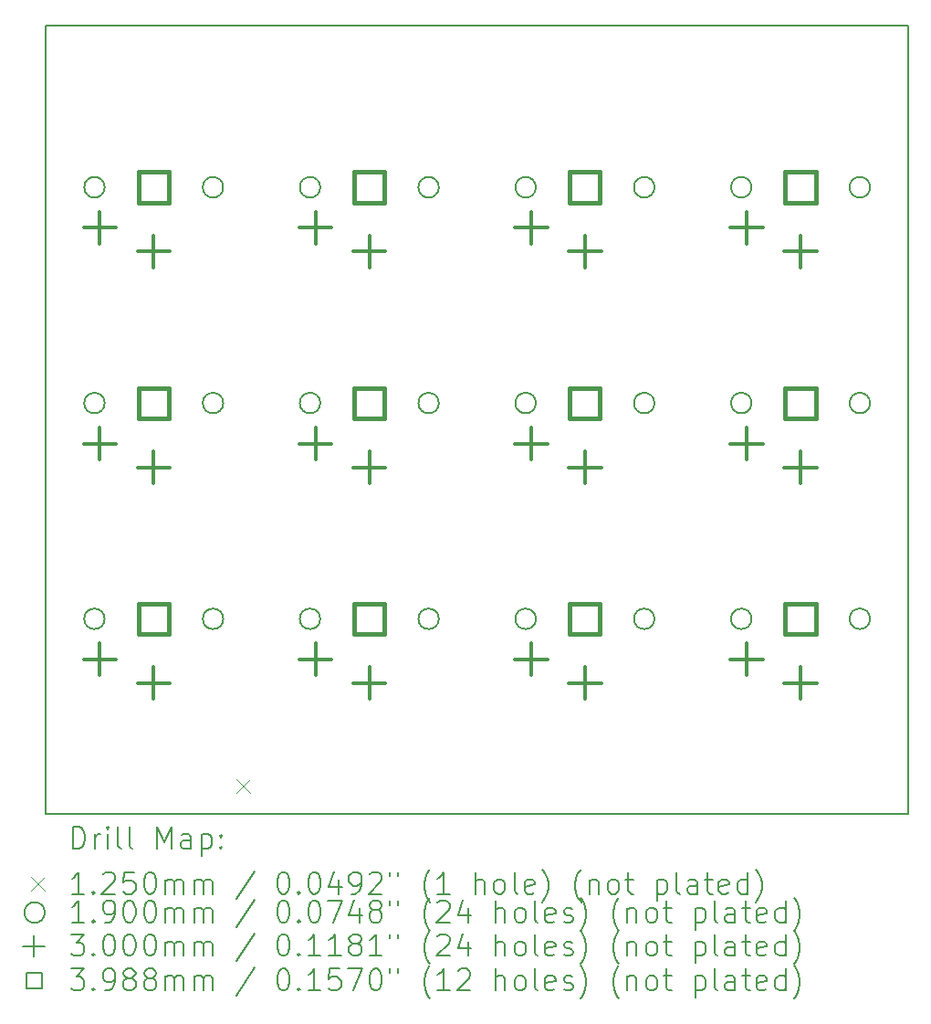
<source format=gbr>
%TF.GenerationSoftware,KiCad,Pcbnew,8.0.1*%
%TF.CreationDate,2024-09-23T21:28:50+02:00*%
%TF.ProjectId,Macro keyboard,4d616372-6f20-46b6-9579-626f6172642e,rev?*%
%TF.SameCoordinates,Original*%
%TF.FileFunction,Drillmap*%
%TF.FilePolarity,Positive*%
%FSLAX45Y45*%
G04 Gerber Fmt 4.5, Leading zero omitted, Abs format (unit mm)*
G04 Created by KiCad (PCBNEW 8.0.1) date 2024-09-23 21:28:50*
%MOMM*%
%LPD*%
G01*
G04 APERTURE LIST*
%ADD10C,0.200000*%
%ADD11C,0.125000*%
%ADD12C,0.190000*%
%ADD13C,0.300000*%
%ADD14C,0.398780*%
G04 APERTURE END LIST*
D10*
X18775000Y-3425000D02*
X26775000Y-3425000D01*
X26775000Y-10732600D01*
X18775000Y-10732600D01*
X18775000Y-3425000D01*
D11*
X20539900Y-10409900D02*
X20664900Y-10534900D01*
X20664900Y-10409900D02*
X20539900Y-10534900D01*
D12*
X19320000Y-4925000D02*
G75*
G02*
X19130000Y-4925000I-95000J0D01*
G01*
X19130000Y-4925000D02*
G75*
G02*
X19320000Y-4925000I95000J0D01*
G01*
X19320000Y-6925000D02*
G75*
G02*
X19130000Y-6925000I-95000J0D01*
G01*
X19130000Y-6925000D02*
G75*
G02*
X19320000Y-6925000I95000J0D01*
G01*
X19320000Y-8925000D02*
G75*
G02*
X19130000Y-8925000I-95000J0D01*
G01*
X19130000Y-8925000D02*
G75*
G02*
X19320000Y-8925000I95000J0D01*
G01*
X20420000Y-4925000D02*
G75*
G02*
X20230000Y-4925000I-95000J0D01*
G01*
X20230000Y-4925000D02*
G75*
G02*
X20420000Y-4925000I95000J0D01*
G01*
X20420000Y-6925000D02*
G75*
G02*
X20230000Y-6925000I-95000J0D01*
G01*
X20230000Y-6925000D02*
G75*
G02*
X20420000Y-6925000I95000J0D01*
G01*
X20420000Y-8925000D02*
G75*
G02*
X20230000Y-8925000I-95000J0D01*
G01*
X20230000Y-8925000D02*
G75*
G02*
X20420000Y-8925000I95000J0D01*
G01*
X21320000Y-4925000D02*
G75*
G02*
X21130000Y-4925000I-95000J0D01*
G01*
X21130000Y-4925000D02*
G75*
G02*
X21320000Y-4925000I95000J0D01*
G01*
X21320000Y-6925000D02*
G75*
G02*
X21130000Y-6925000I-95000J0D01*
G01*
X21130000Y-6925000D02*
G75*
G02*
X21320000Y-6925000I95000J0D01*
G01*
X21320000Y-8925000D02*
G75*
G02*
X21130000Y-8925000I-95000J0D01*
G01*
X21130000Y-8925000D02*
G75*
G02*
X21320000Y-8925000I95000J0D01*
G01*
X22420000Y-4925000D02*
G75*
G02*
X22230000Y-4925000I-95000J0D01*
G01*
X22230000Y-4925000D02*
G75*
G02*
X22420000Y-4925000I95000J0D01*
G01*
X22420000Y-6925000D02*
G75*
G02*
X22230000Y-6925000I-95000J0D01*
G01*
X22230000Y-6925000D02*
G75*
G02*
X22420000Y-6925000I95000J0D01*
G01*
X22420000Y-8925000D02*
G75*
G02*
X22230000Y-8925000I-95000J0D01*
G01*
X22230000Y-8925000D02*
G75*
G02*
X22420000Y-8925000I95000J0D01*
G01*
X23320000Y-4925000D02*
G75*
G02*
X23130000Y-4925000I-95000J0D01*
G01*
X23130000Y-4925000D02*
G75*
G02*
X23320000Y-4925000I95000J0D01*
G01*
X23320000Y-6925000D02*
G75*
G02*
X23130000Y-6925000I-95000J0D01*
G01*
X23130000Y-6925000D02*
G75*
G02*
X23320000Y-6925000I95000J0D01*
G01*
X23320000Y-8925000D02*
G75*
G02*
X23130000Y-8925000I-95000J0D01*
G01*
X23130000Y-8925000D02*
G75*
G02*
X23320000Y-8925000I95000J0D01*
G01*
X24420000Y-4925000D02*
G75*
G02*
X24230000Y-4925000I-95000J0D01*
G01*
X24230000Y-4925000D02*
G75*
G02*
X24420000Y-4925000I95000J0D01*
G01*
X24420000Y-6925000D02*
G75*
G02*
X24230000Y-6925000I-95000J0D01*
G01*
X24230000Y-6925000D02*
G75*
G02*
X24420000Y-6925000I95000J0D01*
G01*
X24420000Y-8925000D02*
G75*
G02*
X24230000Y-8925000I-95000J0D01*
G01*
X24230000Y-8925000D02*
G75*
G02*
X24420000Y-8925000I95000J0D01*
G01*
X25320000Y-4925000D02*
G75*
G02*
X25130000Y-4925000I-95000J0D01*
G01*
X25130000Y-4925000D02*
G75*
G02*
X25320000Y-4925000I95000J0D01*
G01*
X25320000Y-6925000D02*
G75*
G02*
X25130000Y-6925000I-95000J0D01*
G01*
X25130000Y-6925000D02*
G75*
G02*
X25320000Y-6925000I95000J0D01*
G01*
X25320000Y-8925000D02*
G75*
G02*
X25130000Y-8925000I-95000J0D01*
G01*
X25130000Y-8925000D02*
G75*
G02*
X25320000Y-8925000I95000J0D01*
G01*
X26420000Y-4925000D02*
G75*
G02*
X26230000Y-4925000I-95000J0D01*
G01*
X26230000Y-4925000D02*
G75*
G02*
X26420000Y-4925000I95000J0D01*
G01*
X26420000Y-6925000D02*
G75*
G02*
X26230000Y-6925000I-95000J0D01*
G01*
X26230000Y-6925000D02*
G75*
G02*
X26420000Y-6925000I95000J0D01*
G01*
X26420000Y-8925000D02*
G75*
G02*
X26230000Y-8925000I-95000J0D01*
G01*
X26230000Y-8925000D02*
G75*
G02*
X26420000Y-8925000I95000J0D01*
G01*
D13*
X19275000Y-5150000D02*
X19275000Y-5450000D01*
X19125000Y-5300000D02*
X19425000Y-5300000D01*
X19275000Y-7150000D02*
X19275000Y-7450000D01*
X19125000Y-7300000D02*
X19425000Y-7300000D01*
X19275000Y-9150000D02*
X19275000Y-9450000D01*
X19125000Y-9300000D02*
X19425000Y-9300000D01*
X19775000Y-5370000D02*
X19775000Y-5670000D01*
X19625000Y-5520000D02*
X19925000Y-5520000D01*
X19775000Y-7370000D02*
X19775000Y-7670000D01*
X19625000Y-7520000D02*
X19925000Y-7520000D01*
X19775000Y-9370000D02*
X19775000Y-9670000D01*
X19625000Y-9520000D02*
X19925000Y-9520000D01*
X21275000Y-5150000D02*
X21275000Y-5450000D01*
X21125000Y-5300000D02*
X21425000Y-5300000D01*
X21275000Y-7150000D02*
X21275000Y-7450000D01*
X21125000Y-7300000D02*
X21425000Y-7300000D01*
X21275000Y-9150000D02*
X21275000Y-9450000D01*
X21125000Y-9300000D02*
X21425000Y-9300000D01*
X21775000Y-5370000D02*
X21775000Y-5670000D01*
X21625000Y-5520000D02*
X21925000Y-5520000D01*
X21775000Y-7370000D02*
X21775000Y-7670000D01*
X21625000Y-7520000D02*
X21925000Y-7520000D01*
X21775000Y-9370000D02*
X21775000Y-9670000D01*
X21625000Y-9520000D02*
X21925000Y-9520000D01*
X23275000Y-5150000D02*
X23275000Y-5450000D01*
X23125000Y-5300000D02*
X23425000Y-5300000D01*
X23275000Y-7150000D02*
X23275000Y-7450000D01*
X23125000Y-7300000D02*
X23425000Y-7300000D01*
X23275000Y-9150000D02*
X23275000Y-9450000D01*
X23125000Y-9300000D02*
X23425000Y-9300000D01*
X23775000Y-5370000D02*
X23775000Y-5670000D01*
X23625000Y-5520000D02*
X23925000Y-5520000D01*
X23775000Y-7370000D02*
X23775000Y-7670000D01*
X23625000Y-7520000D02*
X23925000Y-7520000D01*
X23775000Y-9370000D02*
X23775000Y-9670000D01*
X23625000Y-9520000D02*
X23925000Y-9520000D01*
X25275000Y-5150000D02*
X25275000Y-5450000D01*
X25125000Y-5300000D02*
X25425000Y-5300000D01*
X25275000Y-7150000D02*
X25275000Y-7450000D01*
X25125000Y-7300000D02*
X25425000Y-7300000D01*
X25275000Y-9150000D02*
X25275000Y-9450000D01*
X25125000Y-9300000D02*
X25425000Y-9300000D01*
X25775000Y-5370000D02*
X25775000Y-5670000D01*
X25625000Y-5520000D02*
X25925000Y-5520000D01*
X25775000Y-7370000D02*
X25775000Y-7670000D01*
X25625000Y-7520000D02*
X25925000Y-7520000D01*
X25775000Y-9370000D02*
X25775000Y-9670000D01*
X25625000Y-9520000D02*
X25925000Y-9520000D01*
D14*
X19915991Y-5065991D02*
X19915991Y-4784009D01*
X19634009Y-4784009D01*
X19634009Y-5065991D01*
X19915991Y-5065991D01*
X19915991Y-7065991D02*
X19915991Y-6784009D01*
X19634009Y-6784009D01*
X19634009Y-7065991D01*
X19915991Y-7065991D01*
X19915991Y-9065991D02*
X19915991Y-8784009D01*
X19634009Y-8784009D01*
X19634009Y-9065991D01*
X19915991Y-9065991D01*
X21915991Y-5065991D02*
X21915991Y-4784009D01*
X21634009Y-4784009D01*
X21634009Y-5065991D01*
X21915991Y-5065991D01*
X21915991Y-7065991D02*
X21915991Y-6784009D01*
X21634009Y-6784009D01*
X21634009Y-7065991D01*
X21915991Y-7065991D01*
X21915991Y-9065991D02*
X21915991Y-8784009D01*
X21634009Y-8784009D01*
X21634009Y-9065991D01*
X21915991Y-9065991D01*
X23915991Y-5065991D02*
X23915991Y-4784009D01*
X23634009Y-4784009D01*
X23634009Y-5065991D01*
X23915991Y-5065991D01*
X23915991Y-7065991D02*
X23915991Y-6784009D01*
X23634009Y-6784009D01*
X23634009Y-7065991D01*
X23915991Y-7065991D01*
X23915991Y-9065991D02*
X23915991Y-8784009D01*
X23634009Y-8784009D01*
X23634009Y-9065991D01*
X23915991Y-9065991D01*
X25915991Y-5065991D02*
X25915991Y-4784009D01*
X25634009Y-4784009D01*
X25634009Y-5065991D01*
X25915991Y-5065991D01*
X25915991Y-7065991D02*
X25915991Y-6784009D01*
X25634009Y-6784009D01*
X25634009Y-7065991D01*
X25915991Y-7065991D01*
X25915991Y-9065991D02*
X25915991Y-8784009D01*
X25634009Y-8784009D01*
X25634009Y-9065991D01*
X25915991Y-9065991D01*
D10*
X19025777Y-11054084D02*
X19025777Y-10854084D01*
X19025777Y-10854084D02*
X19073396Y-10854084D01*
X19073396Y-10854084D02*
X19101967Y-10863608D01*
X19101967Y-10863608D02*
X19121015Y-10882655D01*
X19121015Y-10882655D02*
X19130539Y-10901703D01*
X19130539Y-10901703D02*
X19140063Y-10939798D01*
X19140063Y-10939798D02*
X19140063Y-10968370D01*
X19140063Y-10968370D02*
X19130539Y-11006465D01*
X19130539Y-11006465D02*
X19121015Y-11025512D01*
X19121015Y-11025512D02*
X19101967Y-11044560D01*
X19101967Y-11044560D02*
X19073396Y-11054084D01*
X19073396Y-11054084D02*
X19025777Y-11054084D01*
X19225777Y-11054084D02*
X19225777Y-10920750D01*
X19225777Y-10958846D02*
X19235301Y-10939798D01*
X19235301Y-10939798D02*
X19244824Y-10930274D01*
X19244824Y-10930274D02*
X19263872Y-10920750D01*
X19263872Y-10920750D02*
X19282920Y-10920750D01*
X19349586Y-11054084D02*
X19349586Y-10920750D01*
X19349586Y-10854084D02*
X19340063Y-10863608D01*
X19340063Y-10863608D02*
X19349586Y-10873131D01*
X19349586Y-10873131D02*
X19359110Y-10863608D01*
X19359110Y-10863608D02*
X19349586Y-10854084D01*
X19349586Y-10854084D02*
X19349586Y-10873131D01*
X19473396Y-11054084D02*
X19454348Y-11044560D01*
X19454348Y-11044560D02*
X19444824Y-11025512D01*
X19444824Y-11025512D02*
X19444824Y-10854084D01*
X19578158Y-11054084D02*
X19559110Y-11044560D01*
X19559110Y-11044560D02*
X19549586Y-11025512D01*
X19549586Y-11025512D02*
X19549586Y-10854084D01*
X19806729Y-11054084D02*
X19806729Y-10854084D01*
X19806729Y-10854084D02*
X19873396Y-10996941D01*
X19873396Y-10996941D02*
X19940063Y-10854084D01*
X19940063Y-10854084D02*
X19940063Y-11054084D01*
X20121015Y-11054084D02*
X20121015Y-10949322D01*
X20121015Y-10949322D02*
X20111491Y-10930274D01*
X20111491Y-10930274D02*
X20092444Y-10920750D01*
X20092444Y-10920750D02*
X20054348Y-10920750D01*
X20054348Y-10920750D02*
X20035301Y-10930274D01*
X20121015Y-11044560D02*
X20101967Y-11054084D01*
X20101967Y-11054084D02*
X20054348Y-11054084D01*
X20054348Y-11054084D02*
X20035301Y-11044560D01*
X20035301Y-11044560D02*
X20025777Y-11025512D01*
X20025777Y-11025512D02*
X20025777Y-11006465D01*
X20025777Y-11006465D02*
X20035301Y-10987417D01*
X20035301Y-10987417D02*
X20054348Y-10977893D01*
X20054348Y-10977893D02*
X20101967Y-10977893D01*
X20101967Y-10977893D02*
X20121015Y-10968370D01*
X20216253Y-10920750D02*
X20216253Y-11120750D01*
X20216253Y-10930274D02*
X20235301Y-10920750D01*
X20235301Y-10920750D02*
X20273396Y-10920750D01*
X20273396Y-10920750D02*
X20292444Y-10930274D01*
X20292444Y-10930274D02*
X20301967Y-10939798D01*
X20301967Y-10939798D02*
X20311491Y-10958846D01*
X20311491Y-10958846D02*
X20311491Y-11015989D01*
X20311491Y-11015989D02*
X20301967Y-11035036D01*
X20301967Y-11035036D02*
X20292444Y-11044560D01*
X20292444Y-11044560D02*
X20273396Y-11054084D01*
X20273396Y-11054084D02*
X20235301Y-11054084D01*
X20235301Y-11054084D02*
X20216253Y-11044560D01*
X20397205Y-11035036D02*
X20406729Y-11044560D01*
X20406729Y-11044560D02*
X20397205Y-11054084D01*
X20397205Y-11054084D02*
X20387682Y-11044560D01*
X20387682Y-11044560D02*
X20397205Y-11035036D01*
X20397205Y-11035036D02*
X20397205Y-11054084D01*
X20397205Y-10930274D02*
X20406729Y-10939798D01*
X20406729Y-10939798D02*
X20397205Y-10949322D01*
X20397205Y-10949322D02*
X20387682Y-10939798D01*
X20387682Y-10939798D02*
X20397205Y-10930274D01*
X20397205Y-10930274D02*
X20397205Y-10949322D01*
D11*
X18640000Y-11320100D02*
X18765000Y-11445100D01*
X18765000Y-11320100D02*
X18640000Y-11445100D01*
D10*
X19130539Y-11474084D02*
X19016253Y-11474084D01*
X19073396Y-11474084D02*
X19073396Y-11274084D01*
X19073396Y-11274084D02*
X19054348Y-11302655D01*
X19054348Y-11302655D02*
X19035301Y-11321703D01*
X19035301Y-11321703D02*
X19016253Y-11331227D01*
X19216253Y-11455036D02*
X19225777Y-11464560D01*
X19225777Y-11464560D02*
X19216253Y-11474084D01*
X19216253Y-11474084D02*
X19206729Y-11464560D01*
X19206729Y-11464560D02*
X19216253Y-11455036D01*
X19216253Y-11455036D02*
X19216253Y-11474084D01*
X19301967Y-11293131D02*
X19311491Y-11283608D01*
X19311491Y-11283608D02*
X19330539Y-11274084D01*
X19330539Y-11274084D02*
X19378158Y-11274084D01*
X19378158Y-11274084D02*
X19397205Y-11283608D01*
X19397205Y-11283608D02*
X19406729Y-11293131D01*
X19406729Y-11293131D02*
X19416253Y-11312179D01*
X19416253Y-11312179D02*
X19416253Y-11331227D01*
X19416253Y-11331227D02*
X19406729Y-11359798D01*
X19406729Y-11359798D02*
X19292444Y-11474084D01*
X19292444Y-11474084D02*
X19416253Y-11474084D01*
X19597205Y-11274084D02*
X19501967Y-11274084D01*
X19501967Y-11274084D02*
X19492444Y-11369322D01*
X19492444Y-11369322D02*
X19501967Y-11359798D01*
X19501967Y-11359798D02*
X19521015Y-11350274D01*
X19521015Y-11350274D02*
X19568634Y-11350274D01*
X19568634Y-11350274D02*
X19587682Y-11359798D01*
X19587682Y-11359798D02*
X19597205Y-11369322D01*
X19597205Y-11369322D02*
X19606729Y-11388369D01*
X19606729Y-11388369D02*
X19606729Y-11435988D01*
X19606729Y-11435988D02*
X19597205Y-11455036D01*
X19597205Y-11455036D02*
X19587682Y-11464560D01*
X19587682Y-11464560D02*
X19568634Y-11474084D01*
X19568634Y-11474084D02*
X19521015Y-11474084D01*
X19521015Y-11474084D02*
X19501967Y-11464560D01*
X19501967Y-11464560D02*
X19492444Y-11455036D01*
X19730539Y-11274084D02*
X19749586Y-11274084D01*
X19749586Y-11274084D02*
X19768634Y-11283608D01*
X19768634Y-11283608D02*
X19778158Y-11293131D01*
X19778158Y-11293131D02*
X19787682Y-11312179D01*
X19787682Y-11312179D02*
X19797205Y-11350274D01*
X19797205Y-11350274D02*
X19797205Y-11397893D01*
X19797205Y-11397893D02*
X19787682Y-11435988D01*
X19787682Y-11435988D02*
X19778158Y-11455036D01*
X19778158Y-11455036D02*
X19768634Y-11464560D01*
X19768634Y-11464560D02*
X19749586Y-11474084D01*
X19749586Y-11474084D02*
X19730539Y-11474084D01*
X19730539Y-11474084D02*
X19711491Y-11464560D01*
X19711491Y-11464560D02*
X19701967Y-11455036D01*
X19701967Y-11455036D02*
X19692444Y-11435988D01*
X19692444Y-11435988D02*
X19682920Y-11397893D01*
X19682920Y-11397893D02*
X19682920Y-11350274D01*
X19682920Y-11350274D02*
X19692444Y-11312179D01*
X19692444Y-11312179D02*
X19701967Y-11293131D01*
X19701967Y-11293131D02*
X19711491Y-11283608D01*
X19711491Y-11283608D02*
X19730539Y-11274084D01*
X19882920Y-11474084D02*
X19882920Y-11340750D01*
X19882920Y-11359798D02*
X19892444Y-11350274D01*
X19892444Y-11350274D02*
X19911491Y-11340750D01*
X19911491Y-11340750D02*
X19940063Y-11340750D01*
X19940063Y-11340750D02*
X19959110Y-11350274D01*
X19959110Y-11350274D02*
X19968634Y-11369322D01*
X19968634Y-11369322D02*
X19968634Y-11474084D01*
X19968634Y-11369322D02*
X19978158Y-11350274D01*
X19978158Y-11350274D02*
X19997205Y-11340750D01*
X19997205Y-11340750D02*
X20025777Y-11340750D01*
X20025777Y-11340750D02*
X20044825Y-11350274D01*
X20044825Y-11350274D02*
X20054348Y-11369322D01*
X20054348Y-11369322D02*
X20054348Y-11474084D01*
X20149586Y-11474084D02*
X20149586Y-11340750D01*
X20149586Y-11359798D02*
X20159110Y-11350274D01*
X20159110Y-11350274D02*
X20178158Y-11340750D01*
X20178158Y-11340750D02*
X20206729Y-11340750D01*
X20206729Y-11340750D02*
X20225777Y-11350274D01*
X20225777Y-11350274D02*
X20235301Y-11369322D01*
X20235301Y-11369322D02*
X20235301Y-11474084D01*
X20235301Y-11369322D02*
X20244825Y-11350274D01*
X20244825Y-11350274D02*
X20263872Y-11340750D01*
X20263872Y-11340750D02*
X20292444Y-11340750D01*
X20292444Y-11340750D02*
X20311491Y-11350274D01*
X20311491Y-11350274D02*
X20321015Y-11369322D01*
X20321015Y-11369322D02*
X20321015Y-11474084D01*
X20711491Y-11264560D02*
X20540063Y-11521703D01*
X20968634Y-11274084D02*
X20987682Y-11274084D01*
X20987682Y-11274084D02*
X21006729Y-11283608D01*
X21006729Y-11283608D02*
X21016253Y-11293131D01*
X21016253Y-11293131D02*
X21025777Y-11312179D01*
X21025777Y-11312179D02*
X21035301Y-11350274D01*
X21035301Y-11350274D02*
X21035301Y-11397893D01*
X21035301Y-11397893D02*
X21025777Y-11435988D01*
X21025777Y-11435988D02*
X21016253Y-11455036D01*
X21016253Y-11455036D02*
X21006729Y-11464560D01*
X21006729Y-11464560D02*
X20987682Y-11474084D01*
X20987682Y-11474084D02*
X20968634Y-11474084D01*
X20968634Y-11474084D02*
X20949587Y-11464560D01*
X20949587Y-11464560D02*
X20940063Y-11455036D01*
X20940063Y-11455036D02*
X20930539Y-11435988D01*
X20930539Y-11435988D02*
X20921015Y-11397893D01*
X20921015Y-11397893D02*
X20921015Y-11350274D01*
X20921015Y-11350274D02*
X20930539Y-11312179D01*
X20930539Y-11312179D02*
X20940063Y-11293131D01*
X20940063Y-11293131D02*
X20949587Y-11283608D01*
X20949587Y-11283608D02*
X20968634Y-11274084D01*
X21121015Y-11455036D02*
X21130539Y-11464560D01*
X21130539Y-11464560D02*
X21121015Y-11474084D01*
X21121015Y-11474084D02*
X21111491Y-11464560D01*
X21111491Y-11464560D02*
X21121015Y-11455036D01*
X21121015Y-11455036D02*
X21121015Y-11474084D01*
X21254348Y-11274084D02*
X21273396Y-11274084D01*
X21273396Y-11274084D02*
X21292444Y-11283608D01*
X21292444Y-11283608D02*
X21301968Y-11293131D01*
X21301968Y-11293131D02*
X21311491Y-11312179D01*
X21311491Y-11312179D02*
X21321015Y-11350274D01*
X21321015Y-11350274D02*
X21321015Y-11397893D01*
X21321015Y-11397893D02*
X21311491Y-11435988D01*
X21311491Y-11435988D02*
X21301968Y-11455036D01*
X21301968Y-11455036D02*
X21292444Y-11464560D01*
X21292444Y-11464560D02*
X21273396Y-11474084D01*
X21273396Y-11474084D02*
X21254348Y-11474084D01*
X21254348Y-11474084D02*
X21235301Y-11464560D01*
X21235301Y-11464560D02*
X21225777Y-11455036D01*
X21225777Y-11455036D02*
X21216253Y-11435988D01*
X21216253Y-11435988D02*
X21206729Y-11397893D01*
X21206729Y-11397893D02*
X21206729Y-11350274D01*
X21206729Y-11350274D02*
X21216253Y-11312179D01*
X21216253Y-11312179D02*
X21225777Y-11293131D01*
X21225777Y-11293131D02*
X21235301Y-11283608D01*
X21235301Y-11283608D02*
X21254348Y-11274084D01*
X21492444Y-11340750D02*
X21492444Y-11474084D01*
X21444825Y-11264560D02*
X21397206Y-11407417D01*
X21397206Y-11407417D02*
X21521015Y-11407417D01*
X21606729Y-11474084D02*
X21644825Y-11474084D01*
X21644825Y-11474084D02*
X21663872Y-11464560D01*
X21663872Y-11464560D02*
X21673396Y-11455036D01*
X21673396Y-11455036D02*
X21692444Y-11426465D01*
X21692444Y-11426465D02*
X21701968Y-11388369D01*
X21701968Y-11388369D02*
X21701968Y-11312179D01*
X21701968Y-11312179D02*
X21692444Y-11293131D01*
X21692444Y-11293131D02*
X21682920Y-11283608D01*
X21682920Y-11283608D02*
X21663872Y-11274084D01*
X21663872Y-11274084D02*
X21625777Y-11274084D01*
X21625777Y-11274084D02*
X21606729Y-11283608D01*
X21606729Y-11283608D02*
X21597206Y-11293131D01*
X21597206Y-11293131D02*
X21587682Y-11312179D01*
X21587682Y-11312179D02*
X21587682Y-11359798D01*
X21587682Y-11359798D02*
X21597206Y-11378846D01*
X21597206Y-11378846D02*
X21606729Y-11388369D01*
X21606729Y-11388369D02*
X21625777Y-11397893D01*
X21625777Y-11397893D02*
X21663872Y-11397893D01*
X21663872Y-11397893D02*
X21682920Y-11388369D01*
X21682920Y-11388369D02*
X21692444Y-11378846D01*
X21692444Y-11378846D02*
X21701968Y-11359798D01*
X21778158Y-11293131D02*
X21787682Y-11283608D01*
X21787682Y-11283608D02*
X21806729Y-11274084D01*
X21806729Y-11274084D02*
X21854349Y-11274084D01*
X21854349Y-11274084D02*
X21873396Y-11283608D01*
X21873396Y-11283608D02*
X21882920Y-11293131D01*
X21882920Y-11293131D02*
X21892444Y-11312179D01*
X21892444Y-11312179D02*
X21892444Y-11331227D01*
X21892444Y-11331227D02*
X21882920Y-11359798D01*
X21882920Y-11359798D02*
X21768634Y-11474084D01*
X21768634Y-11474084D02*
X21892444Y-11474084D01*
X21968634Y-11274084D02*
X21968634Y-11312179D01*
X22044825Y-11274084D02*
X22044825Y-11312179D01*
X22340063Y-11550274D02*
X22330539Y-11540750D01*
X22330539Y-11540750D02*
X22311491Y-11512179D01*
X22311491Y-11512179D02*
X22301968Y-11493131D01*
X22301968Y-11493131D02*
X22292444Y-11464560D01*
X22292444Y-11464560D02*
X22282920Y-11416941D01*
X22282920Y-11416941D02*
X22282920Y-11378846D01*
X22282920Y-11378846D02*
X22292444Y-11331227D01*
X22292444Y-11331227D02*
X22301968Y-11302655D01*
X22301968Y-11302655D02*
X22311491Y-11283608D01*
X22311491Y-11283608D02*
X22330539Y-11255036D01*
X22330539Y-11255036D02*
X22340063Y-11245512D01*
X22521015Y-11474084D02*
X22406729Y-11474084D01*
X22463872Y-11474084D02*
X22463872Y-11274084D01*
X22463872Y-11274084D02*
X22444825Y-11302655D01*
X22444825Y-11302655D02*
X22425777Y-11321703D01*
X22425777Y-11321703D02*
X22406729Y-11331227D01*
X22759110Y-11474084D02*
X22759110Y-11274084D01*
X22844825Y-11474084D02*
X22844825Y-11369322D01*
X22844825Y-11369322D02*
X22835301Y-11350274D01*
X22835301Y-11350274D02*
X22816253Y-11340750D01*
X22816253Y-11340750D02*
X22787682Y-11340750D01*
X22787682Y-11340750D02*
X22768634Y-11350274D01*
X22768634Y-11350274D02*
X22759110Y-11359798D01*
X22968634Y-11474084D02*
X22949587Y-11464560D01*
X22949587Y-11464560D02*
X22940063Y-11455036D01*
X22940063Y-11455036D02*
X22930539Y-11435988D01*
X22930539Y-11435988D02*
X22930539Y-11378846D01*
X22930539Y-11378846D02*
X22940063Y-11359798D01*
X22940063Y-11359798D02*
X22949587Y-11350274D01*
X22949587Y-11350274D02*
X22968634Y-11340750D01*
X22968634Y-11340750D02*
X22997206Y-11340750D01*
X22997206Y-11340750D02*
X23016253Y-11350274D01*
X23016253Y-11350274D02*
X23025777Y-11359798D01*
X23025777Y-11359798D02*
X23035301Y-11378846D01*
X23035301Y-11378846D02*
X23035301Y-11435988D01*
X23035301Y-11435988D02*
X23025777Y-11455036D01*
X23025777Y-11455036D02*
X23016253Y-11464560D01*
X23016253Y-11464560D02*
X22997206Y-11474084D01*
X22997206Y-11474084D02*
X22968634Y-11474084D01*
X23149587Y-11474084D02*
X23130539Y-11464560D01*
X23130539Y-11464560D02*
X23121015Y-11445512D01*
X23121015Y-11445512D02*
X23121015Y-11274084D01*
X23301968Y-11464560D02*
X23282920Y-11474084D01*
X23282920Y-11474084D02*
X23244825Y-11474084D01*
X23244825Y-11474084D02*
X23225777Y-11464560D01*
X23225777Y-11464560D02*
X23216253Y-11445512D01*
X23216253Y-11445512D02*
X23216253Y-11369322D01*
X23216253Y-11369322D02*
X23225777Y-11350274D01*
X23225777Y-11350274D02*
X23244825Y-11340750D01*
X23244825Y-11340750D02*
X23282920Y-11340750D01*
X23282920Y-11340750D02*
X23301968Y-11350274D01*
X23301968Y-11350274D02*
X23311491Y-11369322D01*
X23311491Y-11369322D02*
X23311491Y-11388369D01*
X23311491Y-11388369D02*
X23216253Y-11407417D01*
X23378158Y-11550274D02*
X23387682Y-11540750D01*
X23387682Y-11540750D02*
X23406730Y-11512179D01*
X23406730Y-11512179D02*
X23416253Y-11493131D01*
X23416253Y-11493131D02*
X23425777Y-11464560D01*
X23425777Y-11464560D02*
X23435301Y-11416941D01*
X23435301Y-11416941D02*
X23435301Y-11378846D01*
X23435301Y-11378846D02*
X23425777Y-11331227D01*
X23425777Y-11331227D02*
X23416253Y-11302655D01*
X23416253Y-11302655D02*
X23406730Y-11283608D01*
X23406730Y-11283608D02*
X23387682Y-11255036D01*
X23387682Y-11255036D02*
X23378158Y-11245512D01*
X23740063Y-11550274D02*
X23730539Y-11540750D01*
X23730539Y-11540750D02*
X23711491Y-11512179D01*
X23711491Y-11512179D02*
X23701968Y-11493131D01*
X23701968Y-11493131D02*
X23692444Y-11464560D01*
X23692444Y-11464560D02*
X23682920Y-11416941D01*
X23682920Y-11416941D02*
X23682920Y-11378846D01*
X23682920Y-11378846D02*
X23692444Y-11331227D01*
X23692444Y-11331227D02*
X23701968Y-11302655D01*
X23701968Y-11302655D02*
X23711491Y-11283608D01*
X23711491Y-11283608D02*
X23730539Y-11255036D01*
X23730539Y-11255036D02*
X23740063Y-11245512D01*
X23816253Y-11340750D02*
X23816253Y-11474084D01*
X23816253Y-11359798D02*
X23825777Y-11350274D01*
X23825777Y-11350274D02*
X23844825Y-11340750D01*
X23844825Y-11340750D02*
X23873396Y-11340750D01*
X23873396Y-11340750D02*
X23892444Y-11350274D01*
X23892444Y-11350274D02*
X23901968Y-11369322D01*
X23901968Y-11369322D02*
X23901968Y-11474084D01*
X24025777Y-11474084D02*
X24006730Y-11464560D01*
X24006730Y-11464560D02*
X23997206Y-11455036D01*
X23997206Y-11455036D02*
X23987682Y-11435988D01*
X23987682Y-11435988D02*
X23987682Y-11378846D01*
X23987682Y-11378846D02*
X23997206Y-11359798D01*
X23997206Y-11359798D02*
X24006730Y-11350274D01*
X24006730Y-11350274D02*
X24025777Y-11340750D01*
X24025777Y-11340750D02*
X24054349Y-11340750D01*
X24054349Y-11340750D02*
X24073396Y-11350274D01*
X24073396Y-11350274D02*
X24082920Y-11359798D01*
X24082920Y-11359798D02*
X24092444Y-11378846D01*
X24092444Y-11378846D02*
X24092444Y-11435988D01*
X24092444Y-11435988D02*
X24082920Y-11455036D01*
X24082920Y-11455036D02*
X24073396Y-11464560D01*
X24073396Y-11464560D02*
X24054349Y-11474084D01*
X24054349Y-11474084D02*
X24025777Y-11474084D01*
X24149587Y-11340750D02*
X24225777Y-11340750D01*
X24178158Y-11274084D02*
X24178158Y-11445512D01*
X24178158Y-11445512D02*
X24187682Y-11464560D01*
X24187682Y-11464560D02*
X24206730Y-11474084D01*
X24206730Y-11474084D02*
X24225777Y-11474084D01*
X24444825Y-11340750D02*
X24444825Y-11540750D01*
X24444825Y-11350274D02*
X24463872Y-11340750D01*
X24463872Y-11340750D02*
X24501968Y-11340750D01*
X24501968Y-11340750D02*
X24521015Y-11350274D01*
X24521015Y-11350274D02*
X24530539Y-11359798D01*
X24530539Y-11359798D02*
X24540063Y-11378846D01*
X24540063Y-11378846D02*
X24540063Y-11435988D01*
X24540063Y-11435988D02*
X24530539Y-11455036D01*
X24530539Y-11455036D02*
X24521015Y-11464560D01*
X24521015Y-11464560D02*
X24501968Y-11474084D01*
X24501968Y-11474084D02*
X24463872Y-11474084D01*
X24463872Y-11474084D02*
X24444825Y-11464560D01*
X24654349Y-11474084D02*
X24635301Y-11464560D01*
X24635301Y-11464560D02*
X24625777Y-11445512D01*
X24625777Y-11445512D02*
X24625777Y-11274084D01*
X24816253Y-11474084D02*
X24816253Y-11369322D01*
X24816253Y-11369322D02*
X24806730Y-11350274D01*
X24806730Y-11350274D02*
X24787682Y-11340750D01*
X24787682Y-11340750D02*
X24749587Y-11340750D01*
X24749587Y-11340750D02*
X24730539Y-11350274D01*
X24816253Y-11464560D02*
X24797206Y-11474084D01*
X24797206Y-11474084D02*
X24749587Y-11474084D01*
X24749587Y-11474084D02*
X24730539Y-11464560D01*
X24730539Y-11464560D02*
X24721015Y-11445512D01*
X24721015Y-11445512D02*
X24721015Y-11426465D01*
X24721015Y-11426465D02*
X24730539Y-11407417D01*
X24730539Y-11407417D02*
X24749587Y-11397893D01*
X24749587Y-11397893D02*
X24797206Y-11397893D01*
X24797206Y-11397893D02*
X24816253Y-11388369D01*
X24882920Y-11340750D02*
X24959111Y-11340750D01*
X24911492Y-11274084D02*
X24911492Y-11445512D01*
X24911492Y-11445512D02*
X24921015Y-11464560D01*
X24921015Y-11464560D02*
X24940063Y-11474084D01*
X24940063Y-11474084D02*
X24959111Y-11474084D01*
X25101968Y-11464560D02*
X25082920Y-11474084D01*
X25082920Y-11474084D02*
X25044825Y-11474084D01*
X25044825Y-11474084D02*
X25025777Y-11464560D01*
X25025777Y-11464560D02*
X25016253Y-11445512D01*
X25016253Y-11445512D02*
X25016253Y-11369322D01*
X25016253Y-11369322D02*
X25025777Y-11350274D01*
X25025777Y-11350274D02*
X25044825Y-11340750D01*
X25044825Y-11340750D02*
X25082920Y-11340750D01*
X25082920Y-11340750D02*
X25101968Y-11350274D01*
X25101968Y-11350274D02*
X25111492Y-11369322D01*
X25111492Y-11369322D02*
X25111492Y-11388369D01*
X25111492Y-11388369D02*
X25016253Y-11407417D01*
X25282920Y-11474084D02*
X25282920Y-11274084D01*
X25282920Y-11464560D02*
X25263873Y-11474084D01*
X25263873Y-11474084D02*
X25225777Y-11474084D01*
X25225777Y-11474084D02*
X25206730Y-11464560D01*
X25206730Y-11464560D02*
X25197206Y-11455036D01*
X25197206Y-11455036D02*
X25187682Y-11435988D01*
X25187682Y-11435988D02*
X25187682Y-11378846D01*
X25187682Y-11378846D02*
X25197206Y-11359798D01*
X25197206Y-11359798D02*
X25206730Y-11350274D01*
X25206730Y-11350274D02*
X25225777Y-11340750D01*
X25225777Y-11340750D02*
X25263873Y-11340750D01*
X25263873Y-11340750D02*
X25282920Y-11350274D01*
X25359111Y-11550274D02*
X25368634Y-11540750D01*
X25368634Y-11540750D02*
X25387682Y-11512179D01*
X25387682Y-11512179D02*
X25397206Y-11493131D01*
X25397206Y-11493131D02*
X25406730Y-11464560D01*
X25406730Y-11464560D02*
X25416253Y-11416941D01*
X25416253Y-11416941D02*
X25416253Y-11378846D01*
X25416253Y-11378846D02*
X25406730Y-11331227D01*
X25406730Y-11331227D02*
X25397206Y-11302655D01*
X25397206Y-11302655D02*
X25387682Y-11283608D01*
X25387682Y-11283608D02*
X25368634Y-11255036D01*
X25368634Y-11255036D02*
X25359111Y-11245512D01*
D12*
X18765000Y-11646600D02*
G75*
G02*
X18575000Y-11646600I-95000J0D01*
G01*
X18575000Y-11646600D02*
G75*
G02*
X18765000Y-11646600I95000J0D01*
G01*
D10*
X19130539Y-11738084D02*
X19016253Y-11738084D01*
X19073396Y-11738084D02*
X19073396Y-11538084D01*
X19073396Y-11538084D02*
X19054348Y-11566655D01*
X19054348Y-11566655D02*
X19035301Y-11585703D01*
X19035301Y-11585703D02*
X19016253Y-11595227D01*
X19216253Y-11719036D02*
X19225777Y-11728560D01*
X19225777Y-11728560D02*
X19216253Y-11738084D01*
X19216253Y-11738084D02*
X19206729Y-11728560D01*
X19206729Y-11728560D02*
X19216253Y-11719036D01*
X19216253Y-11719036D02*
X19216253Y-11738084D01*
X19321015Y-11738084D02*
X19359110Y-11738084D01*
X19359110Y-11738084D02*
X19378158Y-11728560D01*
X19378158Y-11728560D02*
X19387682Y-11719036D01*
X19387682Y-11719036D02*
X19406729Y-11690465D01*
X19406729Y-11690465D02*
X19416253Y-11652369D01*
X19416253Y-11652369D02*
X19416253Y-11576179D01*
X19416253Y-11576179D02*
X19406729Y-11557131D01*
X19406729Y-11557131D02*
X19397205Y-11547608D01*
X19397205Y-11547608D02*
X19378158Y-11538084D01*
X19378158Y-11538084D02*
X19340063Y-11538084D01*
X19340063Y-11538084D02*
X19321015Y-11547608D01*
X19321015Y-11547608D02*
X19311491Y-11557131D01*
X19311491Y-11557131D02*
X19301967Y-11576179D01*
X19301967Y-11576179D02*
X19301967Y-11623798D01*
X19301967Y-11623798D02*
X19311491Y-11642846D01*
X19311491Y-11642846D02*
X19321015Y-11652369D01*
X19321015Y-11652369D02*
X19340063Y-11661893D01*
X19340063Y-11661893D02*
X19378158Y-11661893D01*
X19378158Y-11661893D02*
X19397205Y-11652369D01*
X19397205Y-11652369D02*
X19406729Y-11642846D01*
X19406729Y-11642846D02*
X19416253Y-11623798D01*
X19540063Y-11538084D02*
X19559110Y-11538084D01*
X19559110Y-11538084D02*
X19578158Y-11547608D01*
X19578158Y-11547608D02*
X19587682Y-11557131D01*
X19587682Y-11557131D02*
X19597205Y-11576179D01*
X19597205Y-11576179D02*
X19606729Y-11614274D01*
X19606729Y-11614274D02*
X19606729Y-11661893D01*
X19606729Y-11661893D02*
X19597205Y-11699988D01*
X19597205Y-11699988D02*
X19587682Y-11719036D01*
X19587682Y-11719036D02*
X19578158Y-11728560D01*
X19578158Y-11728560D02*
X19559110Y-11738084D01*
X19559110Y-11738084D02*
X19540063Y-11738084D01*
X19540063Y-11738084D02*
X19521015Y-11728560D01*
X19521015Y-11728560D02*
X19511491Y-11719036D01*
X19511491Y-11719036D02*
X19501967Y-11699988D01*
X19501967Y-11699988D02*
X19492444Y-11661893D01*
X19492444Y-11661893D02*
X19492444Y-11614274D01*
X19492444Y-11614274D02*
X19501967Y-11576179D01*
X19501967Y-11576179D02*
X19511491Y-11557131D01*
X19511491Y-11557131D02*
X19521015Y-11547608D01*
X19521015Y-11547608D02*
X19540063Y-11538084D01*
X19730539Y-11538084D02*
X19749586Y-11538084D01*
X19749586Y-11538084D02*
X19768634Y-11547608D01*
X19768634Y-11547608D02*
X19778158Y-11557131D01*
X19778158Y-11557131D02*
X19787682Y-11576179D01*
X19787682Y-11576179D02*
X19797205Y-11614274D01*
X19797205Y-11614274D02*
X19797205Y-11661893D01*
X19797205Y-11661893D02*
X19787682Y-11699988D01*
X19787682Y-11699988D02*
X19778158Y-11719036D01*
X19778158Y-11719036D02*
X19768634Y-11728560D01*
X19768634Y-11728560D02*
X19749586Y-11738084D01*
X19749586Y-11738084D02*
X19730539Y-11738084D01*
X19730539Y-11738084D02*
X19711491Y-11728560D01*
X19711491Y-11728560D02*
X19701967Y-11719036D01*
X19701967Y-11719036D02*
X19692444Y-11699988D01*
X19692444Y-11699988D02*
X19682920Y-11661893D01*
X19682920Y-11661893D02*
X19682920Y-11614274D01*
X19682920Y-11614274D02*
X19692444Y-11576179D01*
X19692444Y-11576179D02*
X19701967Y-11557131D01*
X19701967Y-11557131D02*
X19711491Y-11547608D01*
X19711491Y-11547608D02*
X19730539Y-11538084D01*
X19882920Y-11738084D02*
X19882920Y-11604750D01*
X19882920Y-11623798D02*
X19892444Y-11614274D01*
X19892444Y-11614274D02*
X19911491Y-11604750D01*
X19911491Y-11604750D02*
X19940063Y-11604750D01*
X19940063Y-11604750D02*
X19959110Y-11614274D01*
X19959110Y-11614274D02*
X19968634Y-11633322D01*
X19968634Y-11633322D02*
X19968634Y-11738084D01*
X19968634Y-11633322D02*
X19978158Y-11614274D01*
X19978158Y-11614274D02*
X19997205Y-11604750D01*
X19997205Y-11604750D02*
X20025777Y-11604750D01*
X20025777Y-11604750D02*
X20044825Y-11614274D01*
X20044825Y-11614274D02*
X20054348Y-11633322D01*
X20054348Y-11633322D02*
X20054348Y-11738084D01*
X20149586Y-11738084D02*
X20149586Y-11604750D01*
X20149586Y-11623798D02*
X20159110Y-11614274D01*
X20159110Y-11614274D02*
X20178158Y-11604750D01*
X20178158Y-11604750D02*
X20206729Y-11604750D01*
X20206729Y-11604750D02*
X20225777Y-11614274D01*
X20225777Y-11614274D02*
X20235301Y-11633322D01*
X20235301Y-11633322D02*
X20235301Y-11738084D01*
X20235301Y-11633322D02*
X20244825Y-11614274D01*
X20244825Y-11614274D02*
X20263872Y-11604750D01*
X20263872Y-11604750D02*
X20292444Y-11604750D01*
X20292444Y-11604750D02*
X20311491Y-11614274D01*
X20311491Y-11614274D02*
X20321015Y-11633322D01*
X20321015Y-11633322D02*
X20321015Y-11738084D01*
X20711491Y-11528560D02*
X20540063Y-11785703D01*
X20968634Y-11538084D02*
X20987682Y-11538084D01*
X20987682Y-11538084D02*
X21006729Y-11547608D01*
X21006729Y-11547608D02*
X21016253Y-11557131D01*
X21016253Y-11557131D02*
X21025777Y-11576179D01*
X21025777Y-11576179D02*
X21035301Y-11614274D01*
X21035301Y-11614274D02*
X21035301Y-11661893D01*
X21035301Y-11661893D02*
X21025777Y-11699988D01*
X21025777Y-11699988D02*
X21016253Y-11719036D01*
X21016253Y-11719036D02*
X21006729Y-11728560D01*
X21006729Y-11728560D02*
X20987682Y-11738084D01*
X20987682Y-11738084D02*
X20968634Y-11738084D01*
X20968634Y-11738084D02*
X20949587Y-11728560D01*
X20949587Y-11728560D02*
X20940063Y-11719036D01*
X20940063Y-11719036D02*
X20930539Y-11699988D01*
X20930539Y-11699988D02*
X20921015Y-11661893D01*
X20921015Y-11661893D02*
X20921015Y-11614274D01*
X20921015Y-11614274D02*
X20930539Y-11576179D01*
X20930539Y-11576179D02*
X20940063Y-11557131D01*
X20940063Y-11557131D02*
X20949587Y-11547608D01*
X20949587Y-11547608D02*
X20968634Y-11538084D01*
X21121015Y-11719036D02*
X21130539Y-11728560D01*
X21130539Y-11728560D02*
X21121015Y-11738084D01*
X21121015Y-11738084D02*
X21111491Y-11728560D01*
X21111491Y-11728560D02*
X21121015Y-11719036D01*
X21121015Y-11719036D02*
X21121015Y-11738084D01*
X21254348Y-11538084D02*
X21273396Y-11538084D01*
X21273396Y-11538084D02*
X21292444Y-11547608D01*
X21292444Y-11547608D02*
X21301968Y-11557131D01*
X21301968Y-11557131D02*
X21311491Y-11576179D01*
X21311491Y-11576179D02*
X21321015Y-11614274D01*
X21321015Y-11614274D02*
X21321015Y-11661893D01*
X21321015Y-11661893D02*
X21311491Y-11699988D01*
X21311491Y-11699988D02*
X21301968Y-11719036D01*
X21301968Y-11719036D02*
X21292444Y-11728560D01*
X21292444Y-11728560D02*
X21273396Y-11738084D01*
X21273396Y-11738084D02*
X21254348Y-11738084D01*
X21254348Y-11738084D02*
X21235301Y-11728560D01*
X21235301Y-11728560D02*
X21225777Y-11719036D01*
X21225777Y-11719036D02*
X21216253Y-11699988D01*
X21216253Y-11699988D02*
X21206729Y-11661893D01*
X21206729Y-11661893D02*
X21206729Y-11614274D01*
X21206729Y-11614274D02*
X21216253Y-11576179D01*
X21216253Y-11576179D02*
X21225777Y-11557131D01*
X21225777Y-11557131D02*
X21235301Y-11547608D01*
X21235301Y-11547608D02*
X21254348Y-11538084D01*
X21387682Y-11538084D02*
X21521015Y-11538084D01*
X21521015Y-11538084D02*
X21435301Y-11738084D01*
X21682920Y-11604750D02*
X21682920Y-11738084D01*
X21635301Y-11528560D02*
X21587682Y-11671417D01*
X21587682Y-11671417D02*
X21711491Y-11671417D01*
X21816253Y-11623798D02*
X21797206Y-11614274D01*
X21797206Y-11614274D02*
X21787682Y-11604750D01*
X21787682Y-11604750D02*
X21778158Y-11585703D01*
X21778158Y-11585703D02*
X21778158Y-11576179D01*
X21778158Y-11576179D02*
X21787682Y-11557131D01*
X21787682Y-11557131D02*
X21797206Y-11547608D01*
X21797206Y-11547608D02*
X21816253Y-11538084D01*
X21816253Y-11538084D02*
X21854349Y-11538084D01*
X21854349Y-11538084D02*
X21873396Y-11547608D01*
X21873396Y-11547608D02*
X21882920Y-11557131D01*
X21882920Y-11557131D02*
X21892444Y-11576179D01*
X21892444Y-11576179D02*
X21892444Y-11585703D01*
X21892444Y-11585703D02*
X21882920Y-11604750D01*
X21882920Y-11604750D02*
X21873396Y-11614274D01*
X21873396Y-11614274D02*
X21854349Y-11623798D01*
X21854349Y-11623798D02*
X21816253Y-11623798D01*
X21816253Y-11623798D02*
X21797206Y-11633322D01*
X21797206Y-11633322D02*
X21787682Y-11642846D01*
X21787682Y-11642846D02*
X21778158Y-11661893D01*
X21778158Y-11661893D02*
X21778158Y-11699988D01*
X21778158Y-11699988D02*
X21787682Y-11719036D01*
X21787682Y-11719036D02*
X21797206Y-11728560D01*
X21797206Y-11728560D02*
X21816253Y-11738084D01*
X21816253Y-11738084D02*
X21854349Y-11738084D01*
X21854349Y-11738084D02*
X21873396Y-11728560D01*
X21873396Y-11728560D02*
X21882920Y-11719036D01*
X21882920Y-11719036D02*
X21892444Y-11699988D01*
X21892444Y-11699988D02*
X21892444Y-11661893D01*
X21892444Y-11661893D02*
X21882920Y-11642846D01*
X21882920Y-11642846D02*
X21873396Y-11633322D01*
X21873396Y-11633322D02*
X21854349Y-11623798D01*
X21968634Y-11538084D02*
X21968634Y-11576179D01*
X22044825Y-11538084D02*
X22044825Y-11576179D01*
X22340063Y-11814274D02*
X22330539Y-11804750D01*
X22330539Y-11804750D02*
X22311491Y-11776179D01*
X22311491Y-11776179D02*
X22301968Y-11757131D01*
X22301968Y-11757131D02*
X22292444Y-11728560D01*
X22292444Y-11728560D02*
X22282920Y-11680941D01*
X22282920Y-11680941D02*
X22282920Y-11642846D01*
X22282920Y-11642846D02*
X22292444Y-11595227D01*
X22292444Y-11595227D02*
X22301968Y-11566655D01*
X22301968Y-11566655D02*
X22311491Y-11547608D01*
X22311491Y-11547608D02*
X22330539Y-11519036D01*
X22330539Y-11519036D02*
X22340063Y-11509512D01*
X22406729Y-11557131D02*
X22416253Y-11547608D01*
X22416253Y-11547608D02*
X22435301Y-11538084D01*
X22435301Y-11538084D02*
X22482920Y-11538084D01*
X22482920Y-11538084D02*
X22501968Y-11547608D01*
X22501968Y-11547608D02*
X22511491Y-11557131D01*
X22511491Y-11557131D02*
X22521015Y-11576179D01*
X22521015Y-11576179D02*
X22521015Y-11595227D01*
X22521015Y-11595227D02*
X22511491Y-11623798D01*
X22511491Y-11623798D02*
X22397206Y-11738084D01*
X22397206Y-11738084D02*
X22521015Y-11738084D01*
X22692444Y-11604750D02*
X22692444Y-11738084D01*
X22644825Y-11528560D02*
X22597206Y-11671417D01*
X22597206Y-11671417D02*
X22721015Y-11671417D01*
X22949587Y-11738084D02*
X22949587Y-11538084D01*
X23035301Y-11738084D02*
X23035301Y-11633322D01*
X23035301Y-11633322D02*
X23025777Y-11614274D01*
X23025777Y-11614274D02*
X23006730Y-11604750D01*
X23006730Y-11604750D02*
X22978158Y-11604750D01*
X22978158Y-11604750D02*
X22959110Y-11614274D01*
X22959110Y-11614274D02*
X22949587Y-11623798D01*
X23159110Y-11738084D02*
X23140063Y-11728560D01*
X23140063Y-11728560D02*
X23130539Y-11719036D01*
X23130539Y-11719036D02*
X23121015Y-11699988D01*
X23121015Y-11699988D02*
X23121015Y-11642846D01*
X23121015Y-11642846D02*
X23130539Y-11623798D01*
X23130539Y-11623798D02*
X23140063Y-11614274D01*
X23140063Y-11614274D02*
X23159110Y-11604750D01*
X23159110Y-11604750D02*
X23187682Y-11604750D01*
X23187682Y-11604750D02*
X23206730Y-11614274D01*
X23206730Y-11614274D02*
X23216253Y-11623798D01*
X23216253Y-11623798D02*
X23225777Y-11642846D01*
X23225777Y-11642846D02*
X23225777Y-11699988D01*
X23225777Y-11699988D02*
X23216253Y-11719036D01*
X23216253Y-11719036D02*
X23206730Y-11728560D01*
X23206730Y-11728560D02*
X23187682Y-11738084D01*
X23187682Y-11738084D02*
X23159110Y-11738084D01*
X23340063Y-11738084D02*
X23321015Y-11728560D01*
X23321015Y-11728560D02*
X23311491Y-11709512D01*
X23311491Y-11709512D02*
X23311491Y-11538084D01*
X23492444Y-11728560D02*
X23473396Y-11738084D01*
X23473396Y-11738084D02*
X23435301Y-11738084D01*
X23435301Y-11738084D02*
X23416253Y-11728560D01*
X23416253Y-11728560D02*
X23406730Y-11709512D01*
X23406730Y-11709512D02*
X23406730Y-11633322D01*
X23406730Y-11633322D02*
X23416253Y-11614274D01*
X23416253Y-11614274D02*
X23435301Y-11604750D01*
X23435301Y-11604750D02*
X23473396Y-11604750D01*
X23473396Y-11604750D02*
X23492444Y-11614274D01*
X23492444Y-11614274D02*
X23501968Y-11633322D01*
X23501968Y-11633322D02*
X23501968Y-11652369D01*
X23501968Y-11652369D02*
X23406730Y-11671417D01*
X23578158Y-11728560D02*
X23597206Y-11738084D01*
X23597206Y-11738084D02*
X23635301Y-11738084D01*
X23635301Y-11738084D02*
X23654349Y-11728560D01*
X23654349Y-11728560D02*
X23663872Y-11709512D01*
X23663872Y-11709512D02*
X23663872Y-11699988D01*
X23663872Y-11699988D02*
X23654349Y-11680941D01*
X23654349Y-11680941D02*
X23635301Y-11671417D01*
X23635301Y-11671417D02*
X23606730Y-11671417D01*
X23606730Y-11671417D02*
X23587682Y-11661893D01*
X23587682Y-11661893D02*
X23578158Y-11642846D01*
X23578158Y-11642846D02*
X23578158Y-11633322D01*
X23578158Y-11633322D02*
X23587682Y-11614274D01*
X23587682Y-11614274D02*
X23606730Y-11604750D01*
X23606730Y-11604750D02*
X23635301Y-11604750D01*
X23635301Y-11604750D02*
X23654349Y-11614274D01*
X23730539Y-11814274D02*
X23740063Y-11804750D01*
X23740063Y-11804750D02*
X23759111Y-11776179D01*
X23759111Y-11776179D02*
X23768634Y-11757131D01*
X23768634Y-11757131D02*
X23778158Y-11728560D01*
X23778158Y-11728560D02*
X23787682Y-11680941D01*
X23787682Y-11680941D02*
X23787682Y-11642846D01*
X23787682Y-11642846D02*
X23778158Y-11595227D01*
X23778158Y-11595227D02*
X23768634Y-11566655D01*
X23768634Y-11566655D02*
X23759111Y-11547608D01*
X23759111Y-11547608D02*
X23740063Y-11519036D01*
X23740063Y-11519036D02*
X23730539Y-11509512D01*
X24092444Y-11814274D02*
X24082920Y-11804750D01*
X24082920Y-11804750D02*
X24063872Y-11776179D01*
X24063872Y-11776179D02*
X24054349Y-11757131D01*
X24054349Y-11757131D02*
X24044825Y-11728560D01*
X24044825Y-11728560D02*
X24035301Y-11680941D01*
X24035301Y-11680941D02*
X24035301Y-11642846D01*
X24035301Y-11642846D02*
X24044825Y-11595227D01*
X24044825Y-11595227D02*
X24054349Y-11566655D01*
X24054349Y-11566655D02*
X24063872Y-11547608D01*
X24063872Y-11547608D02*
X24082920Y-11519036D01*
X24082920Y-11519036D02*
X24092444Y-11509512D01*
X24168634Y-11604750D02*
X24168634Y-11738084D01*
X24168634Y-11623798D02*
X24178158Y-11614274D01*
X24178158Y-11614274D02*
X24197206Y-11604750D01*
X24197206Y-11604750D02*
X24225777Y-11604750D01*
X24225777Y-11604750D02*
X24244825Y-11614274D01*
X24244825Y-11614274D02*
X24254349Y-11633322D01*
X24254349Y-11633322D02*
X24254349Y-11738084D01*
X24378158Y-11738084D02*
X24359111Y-11728560D01*
X24359111Y-11728560D02*
X24349587Y-11719036D01*
X24349587Y-11719036D02*
X24340063Y-11699988D01*
X24340063Y-11699988D02*
X24340063Y-11642846D01*
X24340063Y-11642846D02*
X24349587Y-11623798D01*
X24349587Y-11623798D02*
X24359111Y-11614274D01*
X24359111Y-11614274D02*
X24378158Y-11604750D01*
X24378158Y-11604750D02*
X24406730Y-11604750D01*
X24406730Y-11604750D02*
X24425777Y-11614274D01*
X24425777Y-11614274D02*
X24435301Y-11623798D01*
X24435301Y-11623798D02*
X24444825Y-11642846D01*
X24444825Y-11642846D02*
X24444825Y-11699988D01*
X24444825Y-11699988D02*
X24435301Y-11719036D01*
X24435301Y-11719036D02*
X24425777Y-11728560D01*
X24425777Y-11728560D02*
X24406730Y-11738084D01*
X24406730Y-11738084D02*
X24378158Y-11738084D01*
X24501968Y-11604750D02*
X24578158Y-11604750D01*
X24530539Y-11538084D02*
X24530539Y-11709512D01*
X24530539Y-11709512D02*
X24540063Y-11728560D01*
X24540063Y-11728560D02*
X24559111Y-11738084D01*
X24559111Y-11738084D02*
X24578158Y-11738084D01*
X24797206Y-11604750D02*
X24797206Y-11804750D01*
X24797206Y-11614274D02*
X24816253Y-11604750D01*
X24816253Y-11604750D02*
X24854349Y-11604750D01*
X24854349Y-11604750D02*
X24873396Y-11614274D01*
X24873396Y-11614274D02*
X24882920Y-11623798D01*
X24882920Y-11623798D02*
X24892444Y-11642846D01*
X24892444Y-11642846D02*
X24892444Y-11699988D01*
X24892444Y-11699988D02*
X24882920Y-11719036D01*
X24882920Y-11719036D02*
X24873396Y-11728560D01*
X24873396Y-11728560D02*
X24854349Y-11738084D01*
X24854349Y-11738084D02*
X24816253Y-11738084D01*
X24816253Y-11738084D02*
X24797206Y-11728560D01*
X25006730Y-11738084D02*
X24987682Y-11728560D01*
X24987682Y-11728560D02*
X24978158Y-11709512D01*
X24978158Y-11709512D02*
X24978158Y-11538084D01*
X25168634Y-11738084D02*
X25168634Y-11633322D01*
X25168634Y-11633322D02*
X25159111Y-11614274D01*
X25159111Y-11614274D02*
X25140063Y-11604750D01*
X25140063Y-11604750D02*
X25101968Y-11604750D01*
X25101968Y-11604750D02*
X25082920Y-11614274D01*
X25168634Y-11728560D02*
X25149587Y-11738084D01*
X25149587Y-11738084D02*
X25101968Y-11738084D01*
X25101968Y-11738084D02*
X25082920Y-11728560D01*
X25082920Y-11728560D02*
X25073396Y-11709512D01*
X25073396Y-11709512D02*
X25073396Y-11690465D01*
X25073396Y-11690465D02*
X25082920Y-11671417D01*
X25082920Y-11671417D02*
X25101968Y-11661893D01*
X25101968Y-11661893D02*
X25149587Y-11661893D01*
X25149587Y-11661893D02*
X25168634Y-11652369D01*
X25235301Y-11604750D02*
X25311492Y-11604750D01*
X25263873Y-11538084D02*
X25263873Y-11709512D01*
X25263873Y-11709512D02*
X25273396Y-11728560D01*
X25273396Y-11728560D02*
X25292444Y-11738084D01*
X25292444Y-11738084D02*
X25311492Y-11738084D01*
X25454349Y-11728560D02*
X25435301Y-11738084D01*
X25435301Y-11738084D02*
X25397206Y-11738084D01*
X25397206Y-11738084D02*
X25378158Y-11728560D01*
X25378158Y-11728560D02*
X25368634Y-11709512D01*
X25368634Y-11709512D02*
X25368634Y-11633322D01*
X25368634Y-11633322D02*
X25378158Y-11614274D01*
X25378158Y-11614274D02*
X25397206Y-11604750D01*
X25397206Y-11604750D02*
X25435301Y-11604750D01*
X25435301Y-11604750D02*
X25454349Y-11614274D01*
X25454349Y-11614274D02*
X25463873Y-11633322D01*
X25463873Y-11633322D02*
X25463873Y-11652369D01*
X25463873Y-11652369D02*
X25368634Y-11671417D01*
X25635301Y-11738084D02*
X25635301Y-11538084D01*
X25635301Y-11728560D02*
X25616254Y-11738084D01*
X25616254Y-11738084D02*
X25578158Y-11738084D01*
X25578158Y-11738084D02*
X25559111Y-11728560D01*
X25559111Y-11728560D02*
X25549587Y-11719036D01*
X25549587Y-11719036D02*
X25540063Y-11699988D01*
X25540063Y-11699988D02*
X25540063Y-11642846D01*
X25540063Y-11642846D02*
X25549587Y-11623798D01*
X25549587Y-11623798D02*
X25559111Y-11614274D01*
X25559111Y-11614274D02*
X25578158Y-11604750D01*
X25578158Y-11604750D02*
X25616254Y-11604750D01*
X25616254Y-11604750D02*
X25635301Y-11614274D01*
X25711492Y-11814274D02*
X25721015Y-11804750D01*
X25721015Y-11804750D02*
X25740063Y-11776179D01*
X25740063Y-11776179D02*
X25749587Y-11757131D01*
X25749587Y-11757131D02*
X25759111Y-11728560D01*
X25759111Y-11728560D02*
X25768634Y-11680941D01*
X25768634Y-11680941D02*
X25768634Y-11642846D01*
X25768634Y-11642846D02*
X25759111Y-11595227D01*
X25759111Y-11595227D02*
X25749587Y-11566655D01*
X25749587Y-11566655D02*
X25740063Y-11547608D01*
X25740063Y-11547608D02*
X25721015Y-11519036D01*
X25721015Y-11519036D02*
X25711492Y-11509512D01*
X18665000Y-11856600D02*
X18665000Y-12056600D01*
X18565000Y-11956600D02*
X18765000Y-11956600D01*
X19006729Y-11848084D02*
X19130539Y-11848084D01*
X19130539Y-11848084D02*
X19063872Y-11924274D01*
X19063872Y-11924274D02*
X19092444Y-11924274D01*
X19092444Y-11924274D02*
X19111491Y-11933798D01*
X19111491Y-11933798D02*
X19121015Y-11943322D01*
X19121015Y-11943322D02*
X19130539Y-11962369D01*
X19130539Y-11962369D02*
X19130539Y-12009988D01*
X19130539Y-12009988D02*
X19121015Y-12029036D01*
X19121015Y-12029036D02*
X19111491Y-12038560D01*
X19111491Y-12038560D02*
X19092444Y-12048084D01*
X19092444Y-12048084D02*
X19035301Y-12048084D01*
X19035301Y-12048084D02*
X19016253Y-12038560D01*
X19016253Y-12038560D02*
X19006729Y-12029036D01*
X19216253Y-12029036D02*
X19225777Y-12038560D01*
X19225777Y-12038560D02*
X19216253Y-12048084D01*
X19216253Y-12048084D02*
X19206729Y-12038560D01*
X19206729Y-12038560D02*
X19216253Y-12029036D01*
X19216253Y-12029036D02*
X19216253Y-12048084D01*
X19349586Y-11848084D02*
X19368634Y-11848084D01*
X19368634Y-11848084D02*
X19387682Y-11857608D01*
X19387682Y-11857608D02*
X19397205Y-11867131D01*
X19397205Y-11867131D02*
X19406729Y-11886179D01*
X19406729Y-11886179D02*
X19416253Y-11924274D01*
X19416253Y-11924274D02*
X19416253Y-11971893D01*
X19416253Y-11971893D02*
X19406729Y-12009988D01*
X19406729Y-12009988D02*
X19397205Y-12029036D01*
X19397205Y-12029036D02*
X19387682Y-12038560D01*
X19387682Y-12038560D02*
X19368634Y-12048084D01*
X19368634Y-12048084D02*
X19349586Y-12048084D01*
X19349586Y-12048084D02*
X19330539Y-12038560D01*
X19330539Y-12038560D02*
X19321015Y-12029036D01*
X19321015Y-12029036D02*
X19311491Y-12009988D01*
X19311491Y-12009988D02*
X19301967Y-11971893D01*
X19301967Y-11971893D02*
X19301967Y-11924274D01*
X19301967Y-11924274D02*
X19311491Y-11886179D01*
X19311491Y-11886179D02*
X19321015Y-11867131D01*
X19321015Y-11867131D02*
X19330539Y-11857608D01*
X19330539Y-11857608D02*
X19349586Y-11848084D01*
X19540063Y-11848084D02*
X19559110Y-11848084D01*
X19559110Y-11848084D02*
X19578158Y-11857608D01*
X19578158Y-11857608D02*
X19587682Y-11867131D01*
X19587682Y-11867131D02*
X19597205Y-11886179D01*
X19597205Y-11886179D02*
X19606729Y-11924274D01*
X19606729Y-11924274D02*
X19606729Y-11971893D01*
X19606729Y-11971893D02*
X19597205Y-12009988D01*
X19597205Y-12009988D02*
X19587682Y-12029036D01*
X19587682Y-12029036D02*
X19578158Y-12038560D01*
X19578158Y-12038560D02*
X19559110Y-12048084D01*
X19559110Y-12048084D02*
X19540063Y-12048084D01*
X19540063Y-12048084D02*
X19521015Y-12038560D01*
X19521015Y-12038560D02*
X19511491Y-12029036D01*
X19511491Y-12029036D02*
X19501967Y-12009988D01*
X19501967Y-12009988D02*
X19492444Y-11971893D01*
X19492444Y-11971893D02*
X19492444Y-11924274D01*
X19492444Y-11924274D02*
X19501967Y-11886179D01*
X19501967Y-11886179D02*
X19511491Y-11867131D01*
X19511491Y-11867131D02*
X19521015Y-11857608D01*
X19521015Y-11857608D02*
X19540063Y-11848084D01*
X19730539Y-11848084D02*
X19749586Y-11848084D01*
X19749586Y-11848084D02*
X19768634Y-11857608D01*
X19768634Y-11857608D02*
X19778158Y-11867131D01*
X19778158Y-11867131D02*
X19787682Y-11886179D01*
X19787682Y-11886179D02*
X19797205Y-11924274D01*
X19797205Y-11924274D02*
X19797205Y-11971893D01*
X19797205Y-11971893D02*
X19787682Y-12009988D01*
X19787682Y-12009988D02*
X19778158Y-12029036D01*
X19778158Y-12029036D02*
X19768634Y-12038560D01*
X19768634Y-12038560D02*
X19749586Y-12048084D01*
X19749586Y-12048084D02*
X19730539Y-12048084D01*
X19730539Y-12048084D02*
X19711491Y-12038560D01*
X19711491Y-12038560D02*
X19701967Y-12029036D01*
X19701967Y-12029036D02*
X19692444Y-12009988D01*
X19692444Y-12009988D02*
X19682920Y-11971893D01*
X19682920Y-11971893D02*
X19682920Y-11924274D01*
X19682920Y-11924274D02*
X19692444Y-11886179D01*
X19692444Y-11886179D02*
X19701967Y-11867131D01*
X19701967Y-11867131D02*
X19711491Y-11857608D01*
X19711491Y-11857608D02*
X19730539Y-11848084D01*
X19882920Y-12048084D02*
X19882920Y-11914750D01*
X19882920Y-11933798D02*
X19892444Y-11924274D01*
X19892444Y-11924274D02*
X19911491Y-11914750D01*
X19911491Y-11914750D02*
X19940063Y-11914750D01*
X19940063Y-11914750D02*
X19959110Y-11924274D01*
X19959110Y-11924274D02*
X19968634Y-11943322D01*
X19968634Y-11943322D02*
X19968634Y-12048084D01*
X19968634Y-11943322D02*
X19978158Y-11924274D01*
X19978158Y-11924274D02*
X19997205Y-11914750D01*
X19997205Y-11914750D02*
X20025777Y-11914750D01*
X20025777Y-11914750D02*
X20044825Y-11924274D01*
X20044825Y-11924274D02*
X20054348Y-11943322D01*
X20054348Y-11943322D02*
X20054348Y-12048084D01*
X20149586Y-12048084D02*
X20149586Y-11914750D01*
X20149586Y-11933798D02*
X20159110Y-11924274D01*
X20159110Y-11924274D02*
X20178158Y-11914750D01*
X20178158Y-11914750D02*
X20206729Y-11914750D01*
X20206729Y-11914750D02*
X20225777Y-11924274D01*
X20225777Y-11924274D02*
X20235301Y-11943322D01*
X20235301Y-11943322D02*
X20235301Y-12048084D01*
X20235301Y-11943322D02*
X20244825Y-11924274D01*
X20244825Y-11924274D02*
X20263872Y-11914750D01*
X20263872Y-11914750D02*
X20292444Y-11914750D01*
X20292444Y-11914750D02*
X20311491Y-11924274D01*
X20311491Y-11924274D02*
X20321015Y-11943322D01*
X20321015Y-11943322D02*
X20321015Y-12048084D01*
X20711491Y-11838560D02*
X20540063Y-12095703D01*
X20968634Y-11848084D02*
X20987682Y-11848084D01*
X20987682Y-11848084D02*
X21006729Y-11857608D01*
X21006729Y-11857608D02*
X21016253Y-11867131D01*
X21016253Y-11867131D02*
X21025777Y-11886179D01*
X21025777Y-11886179D02*
X21035301Y-11924274D01*
X21035301Y-11924274D02*
X21035301Y-11971893D01*
X21035301Y-11971893D02*
X21025777Y-12009988D01*
X21025777Y-12009988D02*
X21016253Y-12029036D01*
X21016253Y-12029036D02*
X21006729Y-12038560D01*
X21006729Y-12038560D02*
X20987682Y-12048084D01*
X20987682Y-12048084D02*
X20968634Y-12048084D01*
X20968634Y-12048084D02*
X20949587Y-12038560D01*
X20949587Y-12038560D02*
X20940063Y-12029036D01*
X20940063Y-12029036D02*
X20930539Y-12009988D01*
X20930539Y-12009988D02*
X20921015Y-11971893D01*
X20921015Y-11971893D02*
X20921015Y-11924274D01*
X20921015Y-11924274D02*
X20930539Y-11886179D01*
X20930539Y-11886179D02*
X20940063Y-11867131D01*
X20940063Y-11867131D02*
X20949587Y-11857608D01*
X20949587Y-11857608D02*
X20968634Y-11848084D01*
X21121015Y-12029036D02*
X21130539Y-12038560D01*
X21130539Y-12038560D02*
X21121015Y-12048084D01*
X21121015Y-12048084D02*
X21111491Y-12038560D01*
X21111491Y-12038560D02*
X21121015Y-12029036D01*
X21121015Y-12029036D02*
X21121015Y-12048084D01*
X21321015Y-12048084D02*
X21206729Y-12048084D01*
X21263872Y-12048084D02*
X21263872Y-11848084D01*
X21263872Y-11848084D02*
X21244825Y-11876655D01*
X21244825Y-11876655D02*
X21225777Y-11895703D01*
X21225777Y-11895703D02*
X21206729Y-11905227D01*
X21511491Y-12048084D02*
X21397206Y-12048084D01*
X21454348Y-12048084D02*
X21454348Y-11848084D01*
X21454348Y-11848084D02*
X21435301Y-11876655D01*
X21435301Y-11876655D02*
X21416253Y-11895703D01*
X21416253Y-11895703D02*
X21397206Y-11905227D01*
X21625777Y-11933798D02*
X21606729Y-11924274D01*
X21606729Y-11924274D02*
X21597206Y-11914750D01*
X21597206Y-11914750D02*
X21587682Y-11895703D01*
X21587682Y-11895703D02*
X21587682Y-11886179D01*
X21587682Y-11886179D02*
X21597206Y-11867131D01*
X21597206Y-11867131D02*
X21606729Y-11857608D01*
X21606729Y-11857608D02*
X21625777Y-11848084D01*
X21625777Y-11848084D02*
X21663872Y-11848084D01*
X21663872Y-11848084D02*
X21682920Y-11857608D01*
X21682920Y-11857608D02*
X21692444Y-11867131D01*
X21692444Y-11867131D02*
X21701968Y-11886179D01*
X21701968Y-11886179D02*
X21701968Y-11895703D01*
X21701968Y-11895703D02*
X21692444Y-11914750D01*
X21692444Y-11914750D02*
X21682920Y-11924274D01*
X21682920Y-11924274D02*
X21663872Y-11933798D01*
X21663872Y-11933798D02*
X21625777Y-11933798D01*
X21625777Y-11933798D02*
X21606729Y-11943322D01*
X21606729Y-11943322D02*
X21597206Y-11952846D01*
X21597206Y-11952846D02*
X21587682Y-11971893D01*
X21587682Y-11971893D02*
X21587682Y-12009988D01*
X21587682Y-12009988D02*
X21597206Y-12029036D01*
X21597206Y-12029036D02*
X21606729Y-12038560D01*
X21606729Y-12038560D02*
X21625777Y-12048084D01*
X21625777Y-12048084D02*
X21663872Y-12048084D01*
X21663872Y-12048084D02*
X21682920Y-12038560D01*
X21682920Y-12038560D02*
X21692444Y-12029036D01*
X21692444Y-12029036D02*
X21701968Y-12009988D01*
X21701968Y-12009988D02*
X21701968Y-11971893D01*
X21701968Y-11971893D02*
X21692444Y-11952846D01*
X21692444Y-11952846D02*
X21682920Y-11943322D01*
X21682920Y-11943322D02*
X21663872Y-11933798D01*
X21892444Y-12048084D02*
X21778158Y-12048084D01*
X21835301Y-12048084D02*
X21835301Y-11848084D01*
X21835301Y-11848084D02*
X21816253Y-11876655D01*
X21816253Y-11876655D02*
X21797206Y-11895703D01*
X21797206Y-11895703D02*
X21778158Y-11905227D01*
X21968634Y-11848084D02*
X21968634Y-11886179D01*
X22044825Y-11848084D02*
X22044825Y-11886179D01*
X22340063Y-12124274D02*
X22330539Y-12114750D01*
X22330539Y-12114750D02*
X22311491Y-12086179D01*
X22311491Y-12086179D02*
X22301968Y-12067131D01*
X22301968Y-12067131D02*
X22292444Y-12038560D01*
X22292444Y-12038560D02*
X22282920Y-11990941D01*
X22282920Y-11990941D02*
X22282920Y-11952846D01*
X22282920Y-11952846D02*
X22292444Y-11905227D01*
X22292444Y-11905227D02*
X22301968Y-11876655D01*
X22301968Y-11876655D02*
X22311491Y-11857608D01*
X22311491Y-11857608D02*
X22330539Y-11829036D01*
X22330539Y-11829036D02*
X22340063Y-11819512D01*
X22406729Y-11867131D02*
X22416253Y-11857608D01*
X22416253Y-11857608D02*
X22435301Y-11848084D01*
X22435301Y-11848084D02*
X22482920Y-11848084D01*
X22482920Y-11848084D02*
X22501968Y-11857608D01*
X22501968Y-11857608D02*
X22511491Y-11867131D01*
X22511491Y-11867131D02*
X22521015Y-11886179D01*
X22521015Y-11886179D02*
X22521015Y-11905227D01*
X22521015Y-11905227D02*
X22511491Y-11933798D01*
X22511491Y-11933798D02*
X22397206Y-12048084D01*
X22397206Y-12048084D02*
X22521015Y-12048084D01*
X22692444Y-11914750D02*
X22692444Y-12048084D01*
X22644825Y-11838560D02*
X22597206Y-11981417D01*
X22597206Y-11981417D02*
X22721015Y-11981417D01*
X22949587Y-12048084D02*
X22949587Y-11848084D01*
X23035301Y-12048084D02*
X23035301Y-11943322D01*
X23035301Y-11943322D02*
X23025777Y-11924274D01*
X23025777Y-11924274D02*
X23006730Y-11914750D01*
X23006730Y-11914750D02*
X22978158Y-11914750D01*
X22978158Y-11914750D02*
X22959110Y-11924274D01*
X22959110Y-11924274D02*
X22949587Y-11933798D01*
X23159110Y-12048084D02*
X23140063Y-12038560D01*
X23140063Y-12038560D02*
X23130539Y-12029036D01*
X23130539Y-12029036D02*
X23121015Y-12009988D01*
X23121015Y-12009988D02*
X23121015Y-11952846D01*
X23121015Y-11952846D02*
X23130539Y-11933798D01*
X23130539Y-11933798D02*
X23140063Y-11924274D01*
X23140063Y-11924274D02*
X23159110Y-11914750D01*
X23159110Y-11914750D02*
X23187682Y-11914750D01*
X23187682Y-11914750D02*
X23206730Y-11924274D01*
X23206730Y-11924274D02*
X23216253Y-11933798D01*
X23216253Y-11933798D02*
X23225777Y-11952846D01*
X23225777Y-11952846D02*
X23225777Y-12009988D01*
X23225777Y-12009988D02*
X23216253Y-12029036D01*
X23216253Y-12029036D02*
X23206730Y-12038560D01*
X23206730Y-12038560D02*
X23187682Y-12048084D01*
X23187682Y-12048084D02*
X23159110Y-12048084D01*
X23340063Y-12048084D02*
X23321015Y-12038560D01*
X23321015Y-12038560D02*
X23311491Y-12019512D01*
X23311491Y-12019512D02*
X23311491Y-11848084D01*
X23492444Y-12038560D02*
X23473396Y-12048084D01*
X23473396Y-12048084D02*
X23435301Y-12048084D01*
X23435301Y-12048084D02*
X23416253Y-12038560D01*
X23416253Y-12038560D02*
X23406730Y-12019512D01*
X23406730Y-12019512D02*
X23406730Y-11943322D01*
X23406730Y-11943322D02*
X23416253Y-11924274D01*
X23416253Y-11924274D02*
X23435301Y-11914750D01*
X23435301Y-11914750D02*
X23473396Y-11914750D01*
X23473396Y-11914750D02*
X23492444Y-11924274D01*
X23492444Y-11924274D02*
X23501968Y-11943322D01*
X23501968Y-11943322D02*
X23501968Y-11962369D01*
X23501968Y-11962369D02*
X23406730Y-11981417D01*
X23578158Y-12038560D02*
X23597206Y-12048084D01*
X23597206Y-12048084D02*
X23635301Y-12048084D01*
X23635301Y-12048084D02*
X23654349Y-12038560D01*
X23654349Y-12038560D02*
X23663872Y-12019512D01*
X23663872Y-12019512D02*
X23663872Y-12009988D01*
X23663872Y-12009988D02*
X23654349Y-11990941D01*
X23654349Y-11990941D02*
X23635301Y-11981417D01*
X23635301Y-11981417D02*
X23606730Y-11981417D01*
X23606730Y-11981417D02*
X23587682Y-11971893D01*
X23587682Y-11971893D02*
X23578158Y-11952846D01*
X23578158Y-11952846D02*
X23578158Y-11943322D01*
X23578158Y-11943322D02*
X23587682Y-11924274D01*
X23587682Y-11924274D02*
X23606730Y-11914750D01*
X23606730Y-11914750D02*
X23635301Y-11914750D01*
X23635301Y-11914750D02*
X23654349Y-11924274D01*
X23730539Y-12124274D02*
X23740063Y-12114750D01*
X23740063Y-12114750D02*
X23759111Y-12086179D01*
X23759111Y-12086179D02*
X23768634Y-12067131D01*
X23768634Y-12067131D02*
X23778158Y-12038560D01*
X23778158Y-12038560D02*
X23787682Y-11990941D01*
X23787682Y-11990941D02*
X23787682Y-11952846D01*
X23787682Y-11952846D02*
X23778158Y-11905227D01*
X23778158Y-11905227D02*
X23768634Y-11876655D01*
X23768634Y-11876655D02*
X23759111Y-11857608D01*
X23759111Y-11857608D02*
X23740063Y-11829036D01*
X23740063Y-11829036D02*
X23730539Y-11819512D01*
X24092444Y-12124274D02*
X24082920Y-12114750D01*
X24082920Y-12114750D02*
X24063872Y-12086179D01*
X24063872Y-12086179D02*
X24054349Y-12067131D01*
X24054349Y-12067131D02*
X24044825Y-12038560D01*
X24044825Y-12038560D02*
X24035301Y-11990941D01*
X24035301Y-11990941D02*
X24035301Y-11952846D01*
X24035301Y-11952846D02*
X24044825Y-11905227D01*
X24044825Y-11905227D02*
X24054349Y-11876655D01*
X24054349Y-11876655D02*
X24063872Y-11857608D01*
X24063872Y-11857608D02*
X24082920Y-11829036D01*
X24082920Y-11829036D02*
X24092444Y-11819512D01*
X24168634Y-11914750D02*
X24168634Y-12048084D01*
X24168634Y-11933798D02*
X24178158Y-11924274D01*
X24178158Y-11924274D02*
X24197206Y-11914750D01*
X24197206Y-11914750D02*
X24225777Y-11914750D01*
X24225777Y-11914750D02*
X24244825Y-11924274D01*
X24244825Y-11924274D02*
X24254349Y-11943322D01*
X24254349Y-11943322D02*
X24254349Y-12048084D01*
X24378158Y-12048084D02*
X24359111Y-12038560D01*
X24359111Y-12038560D02*
X24349587Y-12029036D01*
X24349587Y-12029036D02*
X24340063Y-12009988D01*
X24340063Y-12009988D02*
X24340063Y-11952846D01*
X24340063Y-11952846D02*
X24349587Y-11933798D01*
X24349587Y-11933798D02*
X24359111Y-11924274D01*
X24359111Y-11924274D02*
X24378158Y-11914750D01*
X24378158Y-11914750D02*
X24406730Y-11914750D01*
X24406730Y-11914750D02*
X24425777Y-11924274D01*
X24425777Y-11924274D02*
X24435301Y-11933798D01*
X24435301Y-11933798D02*
X24444825Y-11952846D01*
X24444825Y-11952846D02*
X24444825Y-12009988D01*
X24444825Y-12009988D02*
X24435301Y-12029036D01*
X24435301Y-12029036D02*
X24425777Y-12038560D01*
X24425777Y-12038560D02*
X24406730Y-12048084D01*
X24406730Y-12048084D02*
X24378158Y-12048084D01*
X24501968Y-11914750D02*
X24578158Y-11914750D01*
X24530539Y-11848084D02*
X24530539Y-12019512D01*
X24530539Y-12019512D02*
X24540063Y-12038560D01*
X24540063Y-12038560D02*
X24559111Y-12048084D01*
X24559111Y-12048084D02*
X24578158Y-12048084D01*
X24797206Y-11914750D02*
X24797206Y-12114750D01*
X24797206Y-11924274D02*
X24816253Y-11914750D01*
X24816253Y-11914750D02*
X24854349Y-11914750D01*
X24854349Y-11914750D02*
X24873396Y-11924274D01*
X24873396Y-11924274D02*
X24882920Y-11933798D01*
X24882920Y-11933798D02*
X24892444Y-11952846D01*
X24892444Y-11952846D02*
X24892444Y-12009988D01*
X24892444Y-12009988D02*
X24882920Y-12029036D01*
X24882920Y-12029036D02*
X24873396Y-12038560D01*
X24873396Y-12038560D02*
X24854349Y-12048084D01*
X24854349Y-12048084D02*
X24816253Y-12048084D01*
X24816253Y-12048084D02*
X24797206Y-12038560D01*
X25006730Y-12048084D02*
X24987682Y-12038560D01*
X24987682Y-12038560D02*
X24978158Y-12019512D01*
X24978158Y-12019512D02*
X24978158Y-11848084D01*
X25168634Y-12048084D02*
X25168634Y-11943322D01*
X25168634Y-11943322D02*
X25159111Y-11924274D01*
X25159111Y-11924274D02*
X25140063Y-11914750D01*
X25140063Y-11914750D02*
X25101968Y-11914750D01*
X25101968Y-11914750D02*
X25082920Y-11924274D01*
X25168634Y-12038560D02*
X25149587Y-12048084D01*
X25149587Y-12048084D02*
X25101968Y-12048084D01*
X25101968Y-12048084D02*
X25082920Y-12038560D01*
X25082920Y-12038560D02*
X25073396Y-12019512D01*
X25073396Y-12019512D02*
X25073396Y-12000465D01*
X25073396Y-12000465D02*
X25082920Y-11981417D01*
X25082920Y-11981417D02*
X25101968Y-11971893D01*
X25101968Y-11971893D02*
X25149587Y-11971893D01*
X25149587Y-11971893D02*
X25168634Y-11962369D01*
X25235301Y-11914750D02*
X25311492Y-11914750D01*
X25263873Y-11848084D02*
X25263873Y-12019512D01*
X25263873Y-12019512D02*
X25273396Y-12038560D01*
X25273396Y-12038560D02*
X25292444Y-12048084D01*
X25292444Y-12048084D02*
X25311492Y-12048084D01*
X25454349Y-12038560D02*
X25435301Y-12048084D01*
X25435301Y-12048084D02*
X25397206Y-12048084D01*
X25397206Y-12048084D02*
X25378158Y-12038560D01*
X25378158Y-12038560D02*
X25368634Y-12019512D01*
X25368634Y-12019512D02*
X25368634Y-11943322D01*
X25368634Y-11943322D02*
X25378158Y-11924274D01*
X25378158Y-11924274D02*
X25397206Y-11914750D01*
X25397206Y-11914750D02*
X25435301Y-11914750D01*
X25435301Y-11914750D02*
X25454349Y-11924274D01*
X25454349Y-11924274D02*
X25463873Y-11943322D01*
X25463873Y-11943322D02*
X25463873Y-11962369D01*
X25463873Y-11962369D02*
X25368634Y-11981417D01*
X25635301Y-12048084D02*
X25635301Y-11848084D01*
X25635301Y-12038560D02*
X25616254Y-12048084D01*
X25616254Y-12048084D02*
X25578158Y-12048084D01*
X25578158Y-12048084D02*
X25559111Y-12038560D01*
X25559111Y-12038560D02*
X25549587Y-12029036D01*
X25549587Y-12029036D02*
X25540063Y-12009988D01*
X25540063Y-12009988D02*
X25540063Y-11952846D01*
X25540063Y-11952846D02*
X25549587Y-11933798D01*
X25549587Y-11933798D02*
X25559111Y-11924274D01*
X25559111Y-11924274D02*
X25578158Y-11914750D01*
X25578158Y-11914750D02*
X25616254Y-11914750D01*
X25616254Y-11914750D02*
X25635301Y-11924274D01*
X25711492Y-12124274D02*
X25721015Y-12114750D01*
X25721015Y-12114750D02*
X25740063Y-12086179D01*
X25740063Y-12086179D02*
X25749587Y-12067131D01*
X25749587Y-12067131D02*
X25759111Y-12038560D01*
X25759111Y-12038560D02*
X25768634Y-11990941D01*
X25768634Y-11990941D02*
X25768634Y-11952846D01*
X25768634Y-11952846D02*
X25759111Y-11905227D01*
X25759111Y-11905227D02*
X25749587Y-11876655D01*
X25749587Y-11876655D02*
X25740063Y-11857608D01*
X25740063Y-11857608D02*
X25721015Y-11829036D01*
X25721015Y-11829036D02*
X25711492Y-11819512D01*
X18735711Y-12347311D02*
X18735711Y-12205889D01*
X18594289Y-12205889D01*
X18594289Y-12347311D01*
X18735711Y-12347311D01*
X19006729Y-12168084D02*
X19130539Y-12168084D01*
X19130539Y-12168084D02*
X19063872Y-12244274D01*
X19063872Y-12244274D02*
X19092444Y-12244274D01*
X19092444Y-12244274D02*
X19111491Y-12253798D01*
X19111491Y-12253798D02*
X19121015Y-12263322D01*
X19121015Y-12263322D02*
X19130539Y-12282369D01*
X19130539Y-12282369D02*
X19130539Y-12329988D01*
X19130539Y-12329988D02*
X19121015Y-12349036D01*
X19121015Y-12349036D02*
X19111491Y-12358560D01*
X19111491Y-12358560D02*
X19092444Y-12368084D01*
X19092444Y-12368084D02*
X19035301Y-12368084D01*
X19035301Y-12368084D02*
X19016253Y-12358560D01*
X19016253Y-12358560D02*
X19006729Y-12349036D01*
X19216253Y-12349036D02*
X19225777Y-12358560D01*
X19225777Y-12358560D02*
X19216253Y-12368084D01*
X19216253Y-12368084D02*
X19206729Y-12358560D01*
X19206729Y-12358560D02*
X19216253Y-12349036D01*
X19216253Y-12349036D02*
X19216253Y-12368084D01*
X19321015Y-12368084D02*
X19359110Y-12368084D01*
X19359110Y-12368084D02*
X19378158Y-12358560D01*
X19378158Y-12358560D02*
X19387682Y-12349036D01*
X19387682Y-12349036D02*
X19406729Y-12320465D01*
X19406729Y-12320465D02*
X19416253Y-12282369D01*
X19416253Y-12282369D02*
X19416253Y-12206179D01*
X19416253Y-12206179D02*
X19406729Y-12187131D01*
X19406729Y-12187131D02*
X19397205Y-12177608D01*
X19397205Y-12177608D02*
X19378158Y-12168084D01*
X19378158Y-12168084D02*
X19340063Y-12168084D01*
X19340063Y-12168084D02*
X19321015Y-12177608D01*
X19321015Y-12177608D02*
X19311491Y-12187131D01*
X19311491Y-12187131D02*
X19301967Y-12206179D01*
X19301967Y-12206179D02*
X19301967Y-12253798D01*
X19301967Y-12253798D02*
X19311491Y-12272846D01*
X19311491Y-12272846D02*
X19321015Y-12282369D01*
X19321015Y-12282369D02*
X19340063Y-12291893D01*
X19340063Y-12291893D02*
X19378158Y-12291893D01*
X19378158Y-12291893D02*
X19397205Y-12282369D01*
X19397205Y-12282369D02*
X19406729Y-12272846D01*
X19406729Y-12272846D02*
X19416253Y-12253798D01*
X19530539Y-12253798D02*
X19511491Y-12244274D01*
X19511491Y-12244274D02*
X19501967Y-12234750D01*
X19501967Y-12234750D02*
X19492444Y-12215703D01*
X19492444Y-12215703D02*
X19492444Y-12206179D01*
X19492444Y-12206179D02*
X19501967Y-12187131D01*
X19501967Y-12187131D02*
X19511491Y-12177608D01*
X19511491Y-12177608D02*
X19530539Y-12168084D01*
X19530539Y-12168084D02*
X19568634Y-12168084D01*
X19568634Y-12168084D02*
X19587682Y-12177608D01*
X19587682Y-12177608D02*
X19597205Y-12187131D01*
X19597205Y-12187131D02*
X19606729Y-12206179D01*
X19606729Y-12206179D02*
X19606729Y-12215703D01*
X19606729Y-12215703D02*
X19597205Y-12234750D01*
X19597205Y-12234750D02*
X19587682Y-12244274D01*
X19587682Y-12244274D02*
X19568634Y-12253798D01*
X19568634Y-12253798D02*
X19530539Y-12253798D01*
X19530539Y-12253798D02*
X19511491Y-12263322D01*
X19511491Y-12263322D02*
X19501967Y-12272846D01*
X19501967Y-12272846D02*
X19492444Y-12291893D01*
X19492444Y-12291893D02*
X19492444Y-12329988D01*
X19492444Y-12329988D02*
X19501967Y-12349036D01*
X19501967Y-12349036D02*
X19511491Y-12358560D01*
X19511491Y-12358560D02*
X19530539Y-12368084D01*
X19530539Y-12368084D02*
X19568634Y-12368084D01*
X19568634Y-12368084D02*
X19587682Y-12358560D01*
X19587682Y-12358560D02*
X19597205Y-12349036D01*
X19597205Y-12349036D02*
X19606729Y-12329988D01*
X19606729Y-12329988D02*
X19606729Y-12291893D01*
X19606729Y-12291893D02*
X19597205Y-12272846D01*
X19597205Y-12272846D02*
X19587682Y-12263322D01*
X19587682Y-12263322D02*
X19568634Y-12253798D01*
X19721015Y-12253798D02*
X19701967Y-12244274D01*
X19701967Y-12244274D02*
X19692444Y-12234750D01*
X19692444Y-12234750D02*
X19682920Y-12215703D01*
X19682920Y-12215703D02*
X19682920Y-12206179D01*
X19682920Y-12206179D02*
X19692444Y-12187131D01*
X19692444Y-12187131D02*
X19701967Y-12177608D01*
X19701967Y-12177608D02*
X19721015Y-12168084D01*
X19721015Y-12168084D02*
X19759110Y-12168084D01*
X19759110Y-12168084D02*
X19778158Y-12177608D01*
X19778158Y-12177608D02*
X19787682Y-12187131D01*
X19787682Y-12187131D02*
X19797205Y-12206179D01*
X19797205Y-12206179D02*
X19797205Y-12215703D01*
X19797205Y-12215703D02*
X19787682Y-12234750D01*
X19787682Y-12234750D02*
X19778158Y-12244274D01*
X19778158Y-12244274D02*
X19759110Y-12253798D01*
X19759110Y-12253798D02*
X19721015Y-12253798D01*
X19721015Y-12253798D02*
X19701967Y-12263322D01*
X19701967Y-12263322D02*
X19692444Y-12272846D01*
X19692444Y-12272846D02*
X19682920Y-12291893D01*
X19682920Y-12291893D02*
X19682920Y-12329988D01*
X19682920Y-12329988D02*
X19692444Y-12349036D01*
X19692444Y-12349036D02*
X19701967Y-12358560D01*
X19701967Y-12358560D02*
X19721015Y-12368084D01*
X19721015Y-12368084D02*
X19759110Y-12368084D01*
X19759110Y-12368084D02*
X19778158Y-12358560D01*
X19778158Y-12358560D02*
X19787682Y-12349036D01*
X19787682Y-12349036D02*
X19797205Y-12329988D01*
X19797205Y-12329988D02*
X19797205Y-12291893D01*
X19797205Y-12291893D02*
X19787682Y-12272846D01*
X19787682Y-12272846D02*
X19778158Y-12263322D01*
X19778158Y-12263322D02*
X19759110Y-12253798D01*
X19882920Y-12368084D02*
X19882920Y-12234750D01*
X19882920Y-12253798D02*
X19892444Y-12244274D01*
X19892444Y-12244274D02*
X19911491Y-12234750D01*
X19911491Y-12234750D02*
X19940063Y-12234750D01*
X19940063Y-12234750D02*
X19959110Y-12244274D01*
X19959110Y-12244274D02*
X19968634Y-12263322D01*
X19968634Y-12263322D02*
X19968634Y-12368084D01*
X19968634Y-12263322D02*
X19978158Y-12244274D01*
X19978158Y-12244274D02*
X19997205Y-12234750D01*
X19997205Y-12234750D02*
X20025777Y-12234750D01*
X20025777Y-12234750D02*
X20044825Y-12244274D01*
X20044825Y-12244274D02*
X20054348Y-12263322D01*
X20054348Y-12263322D02*
X20054348Y-12368084D01*
X20149586Y-12368084D02*
X20149586Y-12234750D01*
X20149586Y-12253798D02*
X20159110Y-12244274D01*
X20159110Y-12244274D02*
X20178158Y-12234750D01*
X20178158Y-12234750D02*
X20206729Y-12234750D01*
X20206729Y-12234750D02*
X20225777Y-12244274D01*
X20225777Y-12244274D02*
X20235301Y-12263322D01*
X20235301Y-12263322D02*
X20235301Y-12368084D01*
X20235301Y-12263322D02*
X20244825Y-12244274D01*
X20244825Y-12244274D02*
X20263872Y-12234750D01*
X20263872Y-12234750D02*
X20292444Y-12234750D01*
X20292444Y-12234750D02*
X20311491Y-12244274D01*
X20311491Y-12244274D02*
X20321015Y-12263322D01*
X20321015Y-12263322D02*
X20321015Y-12368084D01*
X20711491Y-12158560D02*
X20540063Y-12415703D01*
X20968634Y-12168084D02*
X20987682Y-12168084D01*
X20987682Y-12168084D02*
X21006729Y-12177608D01*
X21006729Y-12177608D02*
X21016253Y-12187131D01*
X21016253Y-12187131D02*
X21025777Y-12206179D01*
X21025777Y-12206179D02*
X21035301Y-12244274D01*
X21035301Y-12244274D02*
X21035301Y-12291893D01*
X21035301Y-12291893D02*
X21025777Y-12329988D01*
X21025777Y-12329988D02*
X21016253Y-12349036D01*
X21016253Y-12349036D02*
X21006729Y-12358560D01*
X21006729Y-12358560D02*
X20987682Y-12368084D01*
X20987682Y-12368084D02*
X20968634Y-12368084D01*
X20968634Y-12368084D02*
X20949587Y-12358560D01*
X20949587Y-12358560D02*
X20940063Y-12349036D01*
X20940063Y-12349036D02*
X20930539Y-12329988D01*
X20930539Y-12329988D02*
X20921015Y-12291893D01*
X20921015Y-12291893D02*
X20921015Y-12244274D01*
X20921015Y-12244274D02*
X20930539Y-12206179D01*
X20930539Y-12206179D02*
X20940063Y-12187131D01*
X20940063Y-12187131D02*
X20949587Y-12177608D01*
X20949587Y-12177608D02*
X20968634Y-12168084D01*
X21121015Y-12349036D02*
X21130539Y-12358560D01*
X21130539Y-12358560D02*
X21121015Y-12368084D01*
X21121015Y-12368084D02*
X21111491Y-12358560D01*
X21111491Y-12358560D02*
X21121015Y-12349036D01*
X21121015Y-12349036D02*
X21121015Y-12368084D01*
X21321015Y-12368084D02*
X21206729Y-12368084D01*
X21263872Y-12368084D02*
X21263872Y-12168084D01*
X21263872Y-12168084D02*
X21244825Y-12196655D01*
X21244825Y-12196655D02*
X21225777Y-12215703D01*
X21225777Y-12215703D02*
X21206729Y-12225227D01*
X21501968Y-12168084D02*
X21406729Y-12168084D01*
X21406729Y-12168084D02*
X21397206Y-12263322D01*
X21397206Y-12263322D02*
X21406729Y-12253798D01*
X21406729Y-12253798D02*
X21425777Y-12244274D01*
X21425777Y-12244274D02*
X21473396Y-12244274D01*
X21473396Y-12244274D02*
X21492444Y-12253798D01*
X21492444Y-12253798D02*
X21501968Y-12263322D01*
X21501968Y-12263322D02*
X21511491Y-12282369D01*
X21511491Y-12282369D02*
X21511491Y-12329988D01*
X21511491Y-12329988D02*
X21501968Y-12349036D01*
X21501968Y-12349036D02*
X21492444Y-12358560D01*
X21492444Y-12358560D02*
X21473396Y-12368084D01*
X21473396Y-12368084D02*
X21425777Y-12368084D01*
X21425777Y-12368084D02*
X21406729Y-12358560D01*
X21406729Y-12358560D02*
X21397206Y-12349036D01*
X21578158Y-12168084D02*
X21711491Y-12168084D01*
X21711491Y-12168084D02*
X21625777Y-12368084D01*
X21825777Y-12168084D02*
X21844825Y-12168084D01*
X21844825Y-12168084D02*
X21863872Y-12177608D01*
X21863872Y-12177608D02*
X21873396Y-12187131D01*
X21873396Y-12187131D02*
X21882920Y-12206179D01*
X21882920Y-12206179D02*
X21892444Y-12244274D01*
X21892444Y-12244274D02*
X21892444Y-12291893D01*
X21892444Y-12291893D02*
X21882920Y-12329988D01*
X21882920Y-12329988D02*
X21873396Y-12349036D01*
X21873396Y-12349036D02*
X21863872Y-12358560D01*
X21863872Y-12358560D02*
X21844825Y-12368084D01*
X21844825Y-12368084D02*
X21825777Y-12368084D01*
X21825777Y-12368084D02*
X21806729Y-12358560D01*
X21806729Y-12358560D02*
X21797206Y-12349036D01*
X21797206Y-12349036D02*
X21787682Y-12329988D01*
X21787682Y-12329988D02*
X21778158Y-12291893D01*
X21778158Y-12291893D02*
X21778158Y-12244274D01*
X21778158Y-12244274D02*
X21787682Y-12206179D01*
X21787682Y-12206179D02*
X21797206Y-12187131D01*
X21797206Y-12187131D02*
X21806729Y-12177608D01*
X21806729Y-12177608D02*
X21825777Y-12168084D01*
X21968634Y-12168084D02*
X21968634Y-12206179D01*
X22044825Y-12168084D02*
X22044825Y-12206179D01*
X22340063Y-12444274D02*
X22330539Y-12434750D01*
X22330539Y-12434750D02*
X22311491Y-12406179D01*
X22311491Y-12406179D02*
X22301968Y-12387131D01*
X22301968Y-12387131D02*
X22292444Y-12358560D01*
X22292444Y-12358560D02*
X22282920Y-12310941D01*
X22282920Y-12310941D02*
X22282920Y-12272846D01*
X22282920Y-12272846D02*
X22292444Y-12225227D01*
X22292444Y-12225227D02*
X22301968Y-12196655D01*
X22301968Y-12196655D02*
X22311491Y-12177608D01*
X22311491Y-12177608D02*
X22330539Y-12149036D01*
X22330539Y-12149036D02*
X22340063Y-12139512D01*
X22521015Y-12368084D02*
X22406729Y-12368084D01*
X22463872Y-12368084D02*
X22463872Y-12168084D01*
X22463872Y-12168084D02*
X22444825Y-12196655D01*
X22444825Y-12196655D02*
X22425777Y-12215703D01*
X22425777Y-12215703D02*
X22406729Y-12225227D01*
X22597206Y-12187131D02*
X22606729Y-12177608D01*
X22606729Y-12177608D02*
X22625777Y-12168084D01*
X22625777Y-12168084D02*
X22673396Y-12168084D01*
X22673396Y-12168084D02*
X22692444Y-12177608D01*
X22692444Y-12177608D02*
X22701968Y-12187131D01*
X22701968Y-12187131D02*
X22711491Y-12206179D01*
X22711491Y-12206179D02*
X22711491Y-12225227D01*
X22711491Y-12225227D02*
X22701968Y-12253798D01*
X22701968Y-12253798D02*
X22587682Y-12368084D01*
X22587682Y-12368084D02*
X22711491Y-12368084D01*
X22949587Y-12368084D02*
X22949587Y-12168084D01*
X23035301Y-12368084D02*
X23035301Y-12263322D01*
X23035301Y-12263322D02*
X23025777Y-12244274D01*
X23025777Y-12244274D02*
X23006730Y-12234750D01*
X23006730Y-12234750D02*
X22978158Y-12234750D01*
X22978158Y-12234750D02*
X22959110Y-12244274D01*
X22959110Y-12244274D02*
X22949587Y-12253798D01*
X23159110Y-12368084D02*
X23140063Y-12358560D01*
X23140063Y-12358560D02*
X23130539Y-12349036D01*
X23130539Y-12349036D02*
X23121015Y-12329988D01*
X23121015Y-12329988D02*
X23121015Y-12272846D01*
X23121015Y-12272846D02*
X23130539Y-12253798D01*
X23130539Y-12253798D02*
X23140063Y-12244274D01*
X23140063Y-12244274D02*
X23159110Y-12234750D01*
X23159110Y-12234750D02*
X23187682Y-12234750D01*
X23187682Y-12234750D02*
X23206730Y-12244274D01*
X23206730Y-12244274D02*
X23216253Y-12253798D01*
X23216253Y-12253798D02*
X23225777Y-12272846D01*
X23225777Y-12272846D02*
X23225777Y-12329988D01*
X23225777Y-12329988D02*
X23216253Y-12349036D01*
X23216253Y-12349036D02*
X23206730Y-12358560D01*
X23206730Y-12358560D02*
X23187682Y-12368084D01*
X23187682Y-12368084D02*
X23159110Y-12368084D01*
X23340063Y-12368084D02*
X23321015Y-12358560D01*
X23321015Y-12358560D02*
X23311491Y-12339512D01*
X23311491Y-12339512D02*
X23311491Y-12168084D01*
X23492444Y-12358560D02*
X23473396Y-12368084D01*
X23473396Y-12368084D02*
X23435301Y-12368084D01*
X23435301Y-12368084D02*
X23416253Y-12358560D01*
X23416253Y-12358560D02*
X23406730Y-12339512D01*
X23406730Y-12339512D02*
X23406730Y-12263322D01*
X23406730Y-12263322D02*
X23416253Y-12244274D01*
X23416253Y-12244274D02*
X23435301Y-12234750D01*
X23435301Y-12234750D02*
X23473396Y-12234750D01*
X23473396Y-12234750D02*
X23492444Y-12244274D01*
X23492444Y-12244274D02*
X23501968Y-12263322D01*
X23501968Y-12263322D02*
X23501968Y-12282369D01*
X23501968Y-12282369D02*
X23406730Y-12301417D01*
X23578158Y-12358560D02*
X23597206Y-12368084D01*
X23597206Y-12368084D02*
X23635301Y-12368084D01*
X23635301Y-12368084D02*
X23654349Y-12358560D01*
X23654349Y-12358560D02*
X23663872Y-12339512D01*
X23663872Y-12339512D02*
X23663872Y-12329988D01*
X23663872Y-12329988D02*
X23654349Y-12310941D01*
X23654349Y-12310941D02*
X23635301Y-12301417D01*
X23635301Y-12301417D02*
X23606730Y-12301417D01*
X23606730Y-12301417D02*
X23587682Y-12291893D01*
X23587682Y-12291893D02*
X23578158Y-12272846D01*
X23578158Y-12272846D02*
X23578158Y-12263322D01*
X23578158Y-12263322D02*
X23587682Y-12244274D01*
X23587682Y-12244274D02*
X23606730Y-12234750D01*
X23606730Y-12234750D02*
X23635301Y-12234750D01*
X23635301Y-12234750D02*
X23654349Y-12244274D01*
X23730539Y-12444274D02*
X23740063Y-12434750D01*
X23740063Y-12434750D02*
X23759111Y-12406179D01*
X23759111Y-12406179D02*
X23768634Y-12387131D01*
X23768634Y-12387131D02*
X23778158Y-12358560D01*
X23778158Y-12358560D02*
X23787682Y-12310941D01*
X23787682Y-12310941D02*
X23787682Y-12272846D01*
X23787682Y-12272846D02*
X23778158Y-12225227D01*
X23778158Y-12225227D02*
X23768634Y-12196655D01*
X23768634Y-12196655D02*
X23759111Y-12177608D01*
X23759111Y-12177608D02*
X23740063Y-12149036D01*
X23740063Y-12149036D02*
X23730539Y-12139512D01*
X24092444Y-12444274D02*
X24082920Y-12434750D01*
X24082920Y-12434750D02*
X24063872Y-12406179D01*
X24063872Y-12406179D02*
X24054349Y-12387131D01*
X24054349Y-12387131D02*
X24044825Y-12358560D01*
X24044825Y-12358560D02*
X24035301Y-12310941D01*
X24035301Y-12310941D02*
X24035301Y-12272846D01*
X24035301Y-12272846D02*
X24044825Y-12225227D01*
X24044825Y-12225227D02*
X24054349Y-12196655D01*
X24054349Y-12196655D02*
X24063872Y-12177608D01*
X24063872Y-12177608D02*
X24082920Y-12149036D01*
X24082920Y-12149036D02*
X24092444Y-12139512D01*
X24168634Y-12234750D02*
X24168634Y-12368084D01*
X24168634Y-12253798D02*
X24178158Y-12244274D01*
X24178158Y-12244274D02*
X24197206Y-12234750D01*
X24197206Y-12234750D02*
X24225777Y-12234750D01*
X24225777Y-12234750D02*
X24244825Y-12244274D01*
X24244825Y-12244274D02*
X24254349Y-12263322D01*
X24254349Y-12263322D02*
X24254349Y-12368084D01*
X24378158Y-12368084D02*
X24359111Y-12358560D01*
X24359111Y-12358560D02*
X24349587Y-12349036D01*
X24349587Y-12349036D02*
X24340063Y-12329988D01*
X24340063Y-12329988D02*
X24340063Y-12272846D01*
X24340063Y-12272846D02*
X24349587Y-12253798D01*
X24349587Y-12253798D02*
X24359111Y-12244274D01*
X24359111Y-12244274D02*
X24378158Y-12234750D01*
X24378158Y-12234750D02*
X24406730Y-12234750D01*
X24406730Y-12234750D02*
X24425777Y-12244274D01*
X24425777Y-12244274D02*
X24435301Y-12253798D01*
X24435301Y-12253798D02*
X24444825Y-12272846D01*
X24444825Y-12272846D02*
X24444825Y-12329988D01*
X24444825Y-12329988D02*
X24435301Y-12349036D01*
X24435301Y-12349036D02*
X24425777Y-12358560D01*
X24425777Y-12358560D02*
X24406730Y-12368084D01*
X24406730Y-12368084D02*
X24378158Y-12368084D01*
X24501968Y-12234750D02*
X24578158Y-12234750D01*
X24530539Y-12168084D02*
X24530539Y-12339512D01*
X24530539Y-12339512D02*
X24540063Y-12358560D01*
X24540063Y-12358560D02*
X24559111Y-12368084D01*
X24559111Y-12368084D02*
X24578158Y-12368084D01*
X24797206Y-12234750D02*
X24797206Y-12434750D01*
X24797206Y-12244274D02*
X24816253Y-12234750D01*
X24816253Y-12234750D02*
X24854349Y-12234750D01*
X24854349Y-12234750D02*
X24873396Y-12244274D01*
X24873396Y-12244274D02*
X24882920Y-12253798D01*
X24882920Y-12253798D02*
X24892444Y-12272846D01*
X24892444Y-12272846D02*
X24892444Y-12329988D01*
X24892444Y-12329988D02*
X24882920Y-12349036D01*
X24882920Y-12349036D02*
X24873396Y-12358560D01*
X24873396Y-12358560D02*
X24854349Y-12368084D01*
X24854349Y-12368084D02*
X24816253Y-12368084D01*
X24816253Y-12368084D02*
X24797206Y-12358560D01*
X25006730Y-12368084D02*
X24987682Y-12358560D01*
X24987682Y-12358560D02*
X24978158Y-12339512D01*
X24978158Y-12339512D02*
X24978158Y-12168084D01*
X25168634Y-12368084D02*
X25168634Y-12263322D01*
X25168634Y-12263322D02*
X25159111Y-12244274D01*
X25159111Y-12244274D02*
X25140063Y-12234750D01*
X25140063Y-12234750D02*
X25101968Y-12234750D01*
X25101968Y-12234750D02*
X25082920Y-12244274D01*
X25168634Y-12358560D02*
X25149587Y-12368084D01*
X25149587Y-12368084D02*
X25101968Y-12368084D01*
X25101968Y-12368084D02*
X25082920Y-12358560D01*
X25082920Y-12358560D02*
X25073396Y-12339512D01*
X25073396Y-12339512D02*
X25073396Y-12320465D01*
X25073396Y-12320465D02*
X25082920Y-12301417D01*
X25082920Y-12301417D02*
X25101968Y-12291893D01*
X25101968Y-12291893D02*
X25149587Y-12291893D01*
X25149587Y-12291893D02*
X25168634Y-12282369D01*
X25235301Y-12234750D02*
X25311492Y-12234750D01*
X25263873Y-12168084D02*
X25263873Y-12339512D01*
X25263873Y-12339512D02*
X25273396Y-12358560D01*
X25273396Y-12358560D02*
X25292444Y-12368084D01*
X25292444Y-12368084D02*
X25311492Y-12368084D01*
X25454349Y-12358560D02*
X25435301Y-12368084D01*
X25435301Y-12368084D02*
X25397206Y-12368084D01*
X25397206Y-12368084D02*
X25378158Y-12358560D01*
X25378158Y-12358560D02*
X25368634Y-12339512D01*
X25368634Y-12339512D02*
X25368634Y-12263322D01*
X25368634Y-12263322D02*
X25378158Y-12244274D01*
X25378158Y-12244274D02*
X25397206Y-12234750D01*
X25397206Y-12234750D02*
X25435301Y-12234750D01*
X25435301Y-12234750D02*
X25454349Y-12244274D01*
X25454349Y-12244274D02*
X25463873Y-12263322D01*
X25463873Y-12263322D02*
X25463873Y-12282369D01*
X25463873Y-12282369D02*
X25368634Y-12301417D01*
X25635301Y-12368084D02*
X25635301Y-12168084D01*
X25635301Y-12358560D02*
X25616254Y-12368084D01*
X25616254Y-12368084D02*
X25578158Y-12368084D01*
X25578158Y-12368084D02*
X25559111Y-12358560D01*
X25559111Y-12358560D02*
X25549587Y-12349036D01*
X25549587Y-12349036D02*
X25540063Y-12329988D01*
X25540063Y-12329988D02*
X25540063Y-12272846D01*
X25540063Y-12272846D02*
X25549587Y-12253798D01*
X25549587Y-12253798D02*
X25559111Y-12244274D01*
X25559111Y-12244274D02*
X25578158Y-12234750D01*
X25578158Y-12234750D02*
X25616254Y-12234750D01*
X25616254Y-12234750D02*
X25635301Y-12244274D01*
X25711492Y-12444274D02*
X25721015Y-12434750D01*
X25721015Y-12434750D02*
X25740063Y-12406179D01*
X25740063Y-12406179D02*
X25749587Y-12387131D01*
X25749587Y-12387131D02*
X25759111Y-12358560D01*
X25759111Y-12358560D02*
X25768634Y-12310941D01*
X25768634Y-12310941D02*
X25768634Y-12272846D01*
X25768634Y-12272846D02*
X25759111Y-12225227D01*
X25759111Y-12225227D02*
X25749587Y-12196655D01*
X25749587Y-12196655D02*
X25740063Y-12177608D01*
X25740063Y-12177608D02*
X25721015Y-12149036D01*
X25721015Y-12149036D02*
X25711492Y-12139512D01*
M02*

</source>
